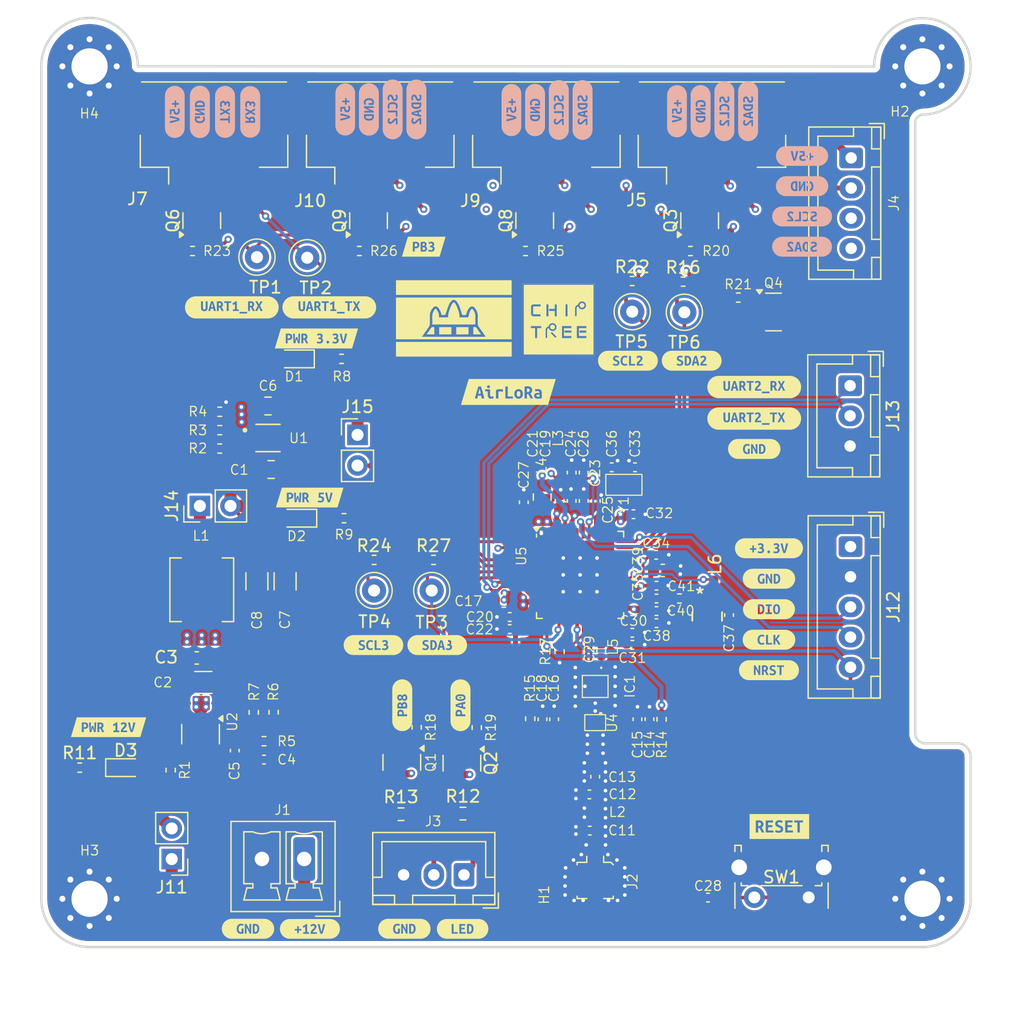
<source format=kicad_pcb>
(kicad_pcb (version 20240108) (generator "pcbnew") (generator_version "8.0")
  (layers (0 "F.Cu" signal) (1 "In1.Cu" signal) (2 "In2.Cu" signal) (31 "B.Cu" signal) (34 "B.Paste" user) (35 "F.Paste" user) (36 "B.SilkS" user "B.Silkscreen") (37 "F.SilkS" user "F.Silkscreen") (38 "B.Mask" user) (39 "F.Mask" user) (44 "Edge.Cuts" user))
  (net 0 "")
  (net 1 "GND")
  (net 2 "+12V")
  (net 3 "Net-(C4-Pad1)")
  (net 4 "+5V")
  (net 5 "Net-(U5-PC14_OSC32_IN)")
  (net 6 "Net-(J2-In)")
  (net 7 "Net-(C12-Pad2)")
  (net 8 "Net-(U4-RFIN)")
  (net 9 "Net-(U4-VDD)")
  (net 10 "Net-(U4-CTRL)")
  (net 11 "Net-(J15-Pin_1)")
  (net 12 "/AirLora V3/MCU/VDDRF1V55")
  (net 13 "Net-(U5-PC15_OSC32_OUT)")
  (net 14 "/AirLora V3/MCU/NRST")
  (net 15 "Net-(IC1-RFO_IN)")
  (net 16 "+3.3V")
  (net 17 "/AirLora V3/MCU/RFO_HP")
  (net 18 "/AirLora V3/MCU/VR_PA")
  (net 19 "Net-(XTAL1-VCC)")
  (net 20 "Net-(IC1-RFO_OUT)")
  (net 21 "Net-(IC1-RFI_IN)")
  (net 22 "/AirLora V3/MCU/RFI_N")
  (net 23 "/AirLora V3/MCU/RFI_P")
  (net 24 "/AirLora V3/MCU/XTA")
  (net 25 "Net-(C41-Pad2)")
  (net 26 "Net-(J1-Pin_1)")
  (net 27 "Net-(D1-K)")
  (net 28 "/AirLora V3/MCU/SCL2")
  (net 29 "Net-(J5-Pin_2)")
  (net 30 "/AirLora V3/MCU/UART2_TX")
  (net 31 "/AirLora V3/MCU/T_SWCLK")
  (net 32 "/AirLora V3/MCU/T_SWDIO")
  (net 33 "Net-(J3-Pin_2)")
  (net 34 "Net-(Q2-B)")
  (net 35 "Net-(Q3-B)")
  (net 36 "Net-(Q4-B)")
  (net 37 "Net-(U5-VFBSMPS)")
  (net 38 "Net-(J3-Pin_1)")
  (net 39 "/AirLora V3/MCU/UART2_RX")
  (net 40 "/AirLora V3/MCU/PB0")
  (net 41 "Net-(Q1-E)")
  (net 42 "Net-(Q2-E)")
  (net 43 "/AirLora V3/Power/En")
  (net 44 "Net-(XTAL1-OUTPUT)")
  (net 45 "/AirLora V3/MCU/PB3")
  (net 46 "Net-(J7-Pin_2)")
  (net 47 "/AirLora V3/MCU/SDA3")
  (net 48 "/AirLora V3/MCU/SCL3")
  (net 51 "/AirLora V3/MCU/FE_CTRL1")
  (net 52 "Net-(Q6-B)")
  (net 56 "Net-(Q8-B)")
  (net 57 "/AirLora V3/MCU/SDA2")
  (net 58 "Net-(Q1-B)")
  (net 59 "Net-(D2-K)")
  (net 60 "Net-(D3-K)")
  (net 61 "Net-(U2-SW)")
  (net 62 "Net-(U5-PH3-BOOT0)")
  (net 63 "/AirLora V3/MCU/UART1_RX")
  (net 66 "/AirLora V3/MCU/UART1_TX")
  (net 71 "Net-(J10-Pin_2)")
  (net 72 "Net-(U2-FB)")
  (net 73 "Net-(Q9-B)")
  (net 74 "Net-(U2-BOOT)")
  (net 75 "Net-(J4-Pin_2)")
  (net 76 "Net-(J9-Pin_2)")
  (net 77 "Net-(U2-EN)")
  (net 78 "Net-(U1-PG)")
  (net 79 "Net-(U1-NC)")
  (net 80 "/AirLora V3/MCU/VDDA")
  (net 81 "/AirLora V3/MCU/PB8")
  (net 83 "/AirLora V3/MCU/PA0")
  (net 85 "a")
  (footprint "MountingHole:MountingHole_3mm_Pad_Via" (layer "F.Cu") (at 120.605716 60.3536)
    (property "Reference" "H4")
    (property "Value" "MountingHole_Pad")
  )
  (footprint "kibuzzard-66A705CB" (layer "F.Cu") (at 149.409716 108.322)
    (property "Reference" "kibuzzard-66A705CB" (hide yes))
    (property "Value" "G***" (hide yes))
  )
  (footprint "kibuzzard-667541A7" (layer "F.Cu") (at 151.512616 131.845455)
    (property "Reference" "kibuzzard-667541A7" (hide yes))
    (property "Value" "G***" (hide yes))
  )
  (footprint "Resistor_SMD:R_0603_1608Metric" (layer "F.Cu") (at 146.412516 122.3428)
    (property "Reference" "R13")
    (property "Value" "1K")
  )
  (footprint "kibuzzard-66A70534" (layer "F.Cu") (at 140.468916 80.3312)
    (property "Reference" "kibuzzard-66A70534" (hide yes))
    (property "Value" "G***" (hide yes))
  )
  (footprint "TestPoint:TestPoint_Loop_D1.80mm_Drill1.0mm_Beaded" (layer "F.Cu") (at 148.952516 103.8008)
    (property "Reference" "TP3")
    (property "Value" "TestPoint")
  )
  (footprint "Inductor_SMD:L_0402_1005Metric" (layer "F.Cu") (at 172.371316 103.3436 -90)
    (property "Reference" "L6")
    (property "Value" "1400R@1GHz")
  )
  (footprint "kibuzzard-66752922" (layer "F.Cu") (at 146.686616 131.8377)
    (property "Reference" "kibuzzard-66752922" (hide yes))
    (property "Value" "G***" (hide yes))
  )
  (footprint "Resistor_SMD:R_0402_1005Metric" (layer "F.Cu") (at 169.780516 78.1976)
    (property "Reference" "R16")
    (property "Value" "4.7K")
  )
  (footprint "LED_SMD:LED_0603_1608Metric_Pad1.05x0.95mm_HandSolder" (layer "F.Cu") (at 137.765116 97.8064 180)
    (property "Reference" "D2")
    (property "Value" "LED")
  )
  (footprint "kibuzzard-6679349C" (layer "F.Cu") (at 155.302516 87.3416)
    (property "Reference" "kibuzzard-6679349C" (hide yes))
    (property "Value" "G***" (hide yes))
  )
  (footprint "TestPoint:TestPoint_Loop_D1.80mm_Drill1.0mm_Beaded" (layer "F.Cu") (at 138.640116 76.2164)
    (property "Reference" "TP2")
    (property "Value" "TestPoint")
  )
  (footprint "Package_TO_SOT_SMD:SOT-23" (layer "F.Cu") (at 143.720116 73.1407 90)
    (property "Reference" "Q9")
    (property "Value" "S8050")
  )
  (footprint "Resistor_SMD:R_0402_1005Metric" (layer "F.Cu") (at 135.854116 113.8884 90)
    (property "Reference" "R6")
    (property "Value" "13.3K")
  )
  (footprint "Connector_PinHeader_2.54mm:PinHeader_1x02_P2.54mm_Vertical" (layer "F.Cu") (at 127.413316 126.0612 180)
    (property "Reference" "J11")
    (property "Value" "Conn_01x02_Pin")
  )
  (footprint "kibuzzard-66A71938" (layer "F.Cu") (at 148.292116 75.302)
    (property "Reference" "kibuzzard-66A71938" (hide yes))
    (property "Value" "G***" (hide yes))
  )
  (footprint "Capacitor_SMD:C_0402_1005Metric" (layer "F.Cu") (at 165.576116 107.3024)
    (property "Reference" "C30")
    (property "Value" "68pF")
  )
  (footprint "Connector_Molex:Molex_CLIK-Mate_502443-0470_1x04-1MP_P2.00mm_Vertical" (layer "F.Cu") (at 144.685316 66.158)
    (property "Reference" "J10")
    (property "Value" "I2C")
  )
  (footprint "Capacitor_SMD:C_0402_1005Metric" (layer "F.Cu") (at 163.862858 93.586458 180)
    (property "Reference" "C36")
    (property "Value" "12.5pF")
  )
  (footprint "TestPoint:TestPoint_Loop_D1.80mm_Drill1.0mm_Beaded" (layer "F.Cu") (at 169.882116 80.7376)
    (property "Reference" "TP6")
    (property "Value" "TestPoint")
  )
  (footprint "Capacitor_SMD:C_0402_1005Metric" (layer "F.Cu") (at 158.130916 114.4724 -90)
    (property "Reference" "C18")
    (property "Value" "100nF")
  )
  (footprint "Capacitor_SMD:C_0402_1005Metric" (layer "F.Cu") (at 135.058116 117.8145)
    (property "Reference" "C4")
    (property "Value" "75pF")
  )
  (footprint "Capacitor_SMD:C_0402_1005Metric" (layer "F.Cu") (at 167.576116 106.5024)
    (property "Reference" "C38")
    (property "Value" "33pF")
  )
  (footprint "Capacitor_SMD:C_0402_1005Metric" (layer "F.Cu") (at 165.665158 97.473958)
    (property "Reference" "C32")
    (property "Value" "100nF")
  )
  (footprint "Capacitor_SMD:C_0402_1005Metric" (layer "F.Cu") (at 155.415316 106.9964)
    (property "Reference" "C22")
    (property "Value" "100nF")
  )
  (footprint "TestPoint:TestPoint_Loop_D1.80mm_Drill1.0mm_Beaded" (layer "F.Cu") (at 144.177316 103.8008)
    (property "Reference" "TP4")
    (property "Value" "TestPoint")
  )
  (footprint "Resistor_SMD:R_0402_1005Metric" (layer "F.Cu") (at 129.138516 75.6576 180)
    (property "Reference" "R23")
    (property "Value" "1K")
  )
  (footprint "Capacitor_SMD:C_0402_1005Metric" (layer "F.Cu") (at 162.546116 96.3724 90)
    (property "Reference" "C25")
    (property "Value" "100nF")
  )
  (footprint "Resistor_SMD:R_0402_1005Metric" (layer "F.Cu") (at 159.546116 108.8624 90)
    (property "Reference" "R17")
    (property "Value" "10K")
  )
  (footprint "Capacitor_SMD:C_0402_1005Metric" (layer "F.Cu") (at 165.576116 108.3024)
    (property "Reference" "C31")
    (property "Value" "47nF")
  )
  (footprint "Connector_JST:JST_XH_B3B-XH-A_1x03_P2.50mm_Vertical" (layer "F.Cu") (at 151.625016 127.3673 180)
    (property "Reference" "J3")
    (property "Value" "Led")
  )
  (footprint "Resistor_SMD:R_0402_1005Metric" (layer "F.Cu") (at 169.475716 104.4612 180)
    (property "Reference" "R10" (hide yes))
    (property "Value" "220")
  )
  (footprint "Resistor_SMD:R_0402_1005Metric" (layer "F.Cu") (at 149.104916 101.2608)
    (property "Reference" "R27")
    (property "Value" "4.7K")
  )
  (footprint "Capacitor_SMD:C_0402_1005Metric" (layer "F.Cu") (at 165.792858 93.586458 180)
    (property "Reference" "C33")
    (property "Value" "12.5pF")
  )
  (footprint "Resistor_SMD:R_0402_1005Metric" (layer "F.Cu") (at 165.562116 78.1468)
    (property "Reference" "R22")
    (property "Value" "4.7K")
  )
  (footprint "Resistor_SMD:R_0402_1005Metric" (layer "F.Cu") (at 167.996116 114.4724 -90)
    (property "Reference" "R14")
    (property "Value" "100")
  )
  (footprint "kibuzzard-66A71226" (layer "F.Cu") (at 175.673316 89.547449)
    (property "Reference" "kibuzzard-66A71226" (hide yes))
    (property "Value" "G***" (hide yes))
  )
  (footprint "Resistor_SMD:R_0402_1005Metric" (layer "F.Cu") (at 131.391516 92.032 180)
    (property "Reference" "R2")
    (property "Value" "10K")
  )
  (footprint "Connector_Coaxial:U.FL_Molex_MCRF_73412-0110_Vertical" (layer "F.Cu") (at 162.496116 127.8324 180)
    (property "Reference" "J2")
    (property "Value" "Conn_Coaxial")
  )
  (footprint "Capacitor_SMD:C_0402_1005Metric" (layer "F.Cu") (at 165.996116 114.4724 90)
    (property "Reference" "C15")
    (property "Value" "1nF")
  )
  (footprint "Capacitor_SMD:C_0402_1005Metric" (layer "F.Cu") (at 162.496116 119.2324 -90)
    (property "Reference" "C13")
    (property "Value" "39pF")
  )
  (footprint "Capacitor_SMD:C_0402_1005Metric" (layer "F.Cu") (at 171.840516 129.2516)
    (property "Reference" "C28")
    (property "Value" "100nF")
  )
  (footprint "Capacitor_SMD:C_0402_1005Metric" (layer "F.Cu") (at 156.581258 96.487258 90)
    (property "Reference" "C27")
    (property "Value" "0.47uF")
  )
  (footprint "Capacitor_SMD:C_1206_3216Metric" (layer "F.Cu") (at 134.470116 103.0384 -90)
    (property "Reference" "C8")
    (property "Value" "22uF")
  )
  (footprint "Connector_Phoenix_MC:PhoenixContact_MCV_1,5_2-G-3.5_1x02_P3.50mm_Vertical" (layer "F.Cu") (at 138.386116 126.0512 180)
    (property "Reference" "J1")
    (property "Value" "12V")
  )
  (footprint "footprint:TPS7A2633DRVR" (layer "F.Cu") (at 135.388516 91.158)
    (property "Reference" "U1")
    (property "Value" "TPS7A2633DRVR")
  )
  (footprint "Resistor_SMD:R_0402_1005Metric" (layer "F.Cu") (at 127.324116 118.6884 -90)
    (property "Reference" "R1")
    (property "Value" "1k")
  )
  (footprint "footprint:NT2016SA-32M-END4263A_NDK" (layer "F.Cu") (at 171.771317 105.948799)
    (property "Reference" "XTAL1" (hide yes))
    (property "Value" "NT2016SA-32M-END4263A")
  )
  (footprint "Capacitor_SMD:C_0402_1005Metric" (layer "F.Cu") (at 155.415316 105.9964 180)
    (property "Reference" "C20")
    (property "Value" "100nF")
  )
  (footprint "TestPoint:TestPoint_Loop_D1.80mm_Drill1.0mm_Beaded" (layer "F.Cu") (at 134.474516 76.1656)
    (property "Reference" "TP1")
    (property "Value" "TestPoint")
  )
  (footprint "Inductor_SMD:L_0402_1005Metric" (layer "F.Cu") (at 163.631116 107.3024 180)
    (property "Reference" "L5")
    (property "Value" "47nH")
  )
  (footprint "Inductor_SMD:L_0402_1005Metric" (layer "F.Cu") (at 162.496116 122.2024 -90)
    (property "Reference" "L2")
    (property "Value" "0R")
  )
  (footprint "Capacitor_SMD:C_1206_3216Metric" (layer "F.Cu") (at 130.028916 111.4208)
    (property "Reference" "C2")
    (property "Value" "10uF")
  )
  (footprint "kibuzzard-66A7121E" (layer "F.Cu") (at 175.673316 86.9352)
    (property "Reference" "kibuzzard-66A7121E" (hide yes))
    (property "Value" "G***" (hide yes))
  )
  (footprint "Capacitor_SMD:C_0402_1005Metric" (layer "F.Cu") (at 166.996116 114.4624 90)
    (property "Reference" "C14")
    (property "Value" "100nF")
  )
  (footprint "kibuzzard-66752922" (layer "F.Cu") (at 133.732616 131.8377)
    (property "Reference" "kibuzzard-66752922" (hide yes))
    (property "Value" "G***" (hide yes))
  )
  (footprint "Resistor_SMD:R_0402_1005Metric" (layer "F.Cu") (at 119.791316 118.482 180)
    (property "Reference" "R11")
    (property "Value" "3k")
  )
  (footprint "LED_SMD:LED_0603_1608Metric_Pad1.05x0.95mm_HandSolder" (layer "F.Cu") (at 123.603316 118.482)
    (property "Reference" "D3")
    (property "Value" "LED")
  )
  (footprint "Resistor_SMD:R_0402_1005Metric" (layer "F.Cu") (at 134.207516 113.9029 90)
    (property "Reference" "R7")
    (property "Value" "49.9")
  )
  (footprint "Connector_PinHeader_2.54mm:PinHeader_1x02_P2.54mm_Vertical" (layer "F.Cu") (at 129.745116 96.7904 90)
    (property "Reference" "J14")
    (property "Value" "Conn_01x02_Pin")
  )
  (footprint "Package_TO_SOT_SMD:SOT-23" (layer "F.Cu") (at 151.453616 118.1125 -90)
    (property "Reference" "Q2")
    (property "Value" "S8050")
  )
  (footprint "Package_DFN_QFN:QFN-48-1EP_7x7mm_P0.5mm_EP5.6x5.6mm" (layer "F.Cu") (at 161.246116 102.5024)
    (property "Reference" "U5")
    (property "Value" "STM32WLE5CCUx")
  )
  (footprint "Capacitor_SMD:C_0402_1005Metric" (layer "F.Cu") (at 173.590516 105.8328 -90)
    (property "Reference" "C37")
    (property "Value" "10pF")
  )
  (footprint "Capacitor_SMD:C_0402_1005Metric" (layer "F.Cu") (at 159.096116 114.4724 -90)
    (property "Reference" "C16")
    (property "Value" "1nF")
  )
  (footprint "kibuzzard-66A47256" (layer "F.Cu") (at 122.180916 115.1292)
    (property "Reference" "kibuzzard-66A47256" (hide yes))
    (property "Value" "G***" (hide yes))
  )
  (footprint "footprint:XTAL_NX2012SA-32.768K-STD-MUB-1" (layer "F.Cu") (at 164.847658 95.036458)
    (property "Reference" "Y1")
    (property "Value" "32.768kHz")
  )
  (footprint "Resistor_SMD:R_0402_1005Metric" (layer "F.Cu") (at 141.484916 84.5984)
    (property "Reference" "R8")
    (property "Value" "1k")
  )
  (footprint "Inductor_SMD:L_Vishay_IHLP-2020" (layer "F.Cu") (at 129.902516 103.7381 90)
    (property "Reference" "L1")
    (property "Value" "15uH")
  )
  (footprint "kibuzzard-66A71314" (layer "F.Cu") (at 151.336816 113.3096 90)
    (property "Reference" "kibuzzard-66A71314" (hide yes))
    (property "Value" "G***" (hide yes))
  )
  (footprint "Capacitor_SMD:C_0805_2012Metric" (layer "F.Cu") (at 135.388516 88.506)
    (property "Reference" "C6")
    (property "Value" "1uF")
  )
  (footprint "kibuzzard-66753395" (layer "F.Cu") (at 138.863416 131.846101)
    (property "Reference" "kibuzzard-66753395" (hide yes))
    (property "Value" "G***" (hide yes))
  )
  (footprint "footprint:CAMBODIA 10mm" (layer "F.Cu") (at 150.781316 81.2456)
    (property "Reference" "G***" (hide yes))
    (property "Value" "LOGO" (hide yes))
  )
  (footprint "kibuzzard-66A7130C" (layer "F.Cu") (at 146.510816 113.3096 90)
    (property "Reference" "kibuzzard-66A7130C" (hide yes))
    (property "Value" "G***" (hide yes))
  )
  (footprint "LED_SMD:LED_0603_1608Metric_Pad1.05x0.95mm_HandSolder" (layer "F.Cu") (at 137.561916 84.5984 180)
    (property "Reference" "D1")
    (property "Value" "LED")
  )
  (footprint "Capacitor_SMD:C_0603_1608Metric" (layer "F.Cu") (at 154.921858 104.680458 180)
    (property "Reference" "C17")
    (property "Value" "4.7uF")
  )
  (footprint "kibuzzard-66A704FE" (layer "F.Cu") (at 170.491716 84.7508)
    (property "Reference" "kibuzzard-66A704FE" (hide yes))
    (property "Value" "G***" (hide yes))
  )
  (footprint "kibuzzard-66A705D3" (layer "F.Cu") (at 144.126516 108.322)
    (property "Reference" "kibuzzard-66A705D3" (hide yes))
    (property "Value" "G***" (hide yes))
  )
  (footprint "kibuzzard-66763AB2" (layer "F.Cu") (at 138.843316 96.0924)
    (property "Reference" "kibuzzard-66763AB2" (hide yes))
    (property "Value" "G***" (hide yes))
  )
  (footprint "footprint:BALFHBWL05D3" (layer "F.Cu") (at 162.496116 111.7524 -90)
    (property "Reference" "IC1")
    (property "Value" "BALFHB-WL-02D3" (hide yes))
  )
  (footprint "footprint:BGS12SN6E6327XTSA1" (layer "F.Cu") (at 162.496116 114.7524 -90)
    (property "Reference" "U4")
    (property "Value" "BGS12WN6E6327")
  )
  (footprint "Capacitor_SMD:C_0402_1005Metric" (layer "F.Cu") (at 161.546116 96.3724 90)
    (property "Reference" "C23")
    (property "Value" "100nF")
  )
  (footprint "Package_TO_SOT_SMD:SOT-23" (layer "F.Cu") (at 157.486916 73.1407 90)
    (property "Reference" "Q8")
    (property "Value" "S8050")
  )
  (footprint "Connector_PinHeader_2.54mm:PinHeader_1x02_P2.54mm_Vertical" (layer "F.Cu") (at 142.805716 90.8976)
    (property "Reference" "J15")
    (property "Value" "Conn_01x02_Pin")
  )
  (footprint "Capacitor_SMD:C_0603_1608Metric" (layer "F.Cu") (at 168.097658 102.136458)
    (property "Reference" "C39")
    (property "Value" "4.7uF")
  )
  (footprint "Resistor_SMD:R_0402_1005Metric" (layer "F.Cu") (at 131.391516 88.984)
    (property "Reference" "R4")
    (property "Value" "1.18M")
  )
  (footprint "Connector_JST:JST_XH_B3B-XH-A_1x03_P2.50mm_Vertical" (layer "F.Cu") (at 183.615116 86.8228 -90)
    (property "Reference" "J13")
    (property "Value" "UART_MAIN")
  )
  (footprint "Resistor_SMD:R_0402_1005Metric" (layer "F.Cu") (at 152.683016 115.1618 -90)
    (property "Reference" "R19")
    (property "Value" "1K")
  )
  (footprint "kibuzzard-66752971" (layer "F.Cu") (at 176.892516 105.3502)
    (property "Reference" "kibuzzard-66752971" (hide yes))
    (property "Value" "G***" (hide yes))
  )
  (footprint "kibuzzard-66752981" (layer "F.Cu") (at 176.892516 107.8775)
    (property "Reference" "kibuzzard-66752981" (hide yes))
    (property "Value" "G***" (hide yes))
  )
  (footprint "Capacitor_SMD:C_0402_1005Metric" (layer "F.Cu") (at 167.547658 100.836458)
    (property "Reference" "C34")
    (property "Value" "33pF")
  )
  (footprint "Connector_JST:JST_XH_B4B-XH-A_1x04_P2.50mm_Vertical" (layer "F.Cu") (at 183.699716 67.9412 -90)
    (property "Reference" "J4")
    (property "Value" "SHT")
  )
  (footprint "Package_TO_SOT_SMD:SOT-23" (layer "F.Cu") (at 177.271216 80.7142)
    (property "Reference" "Q4")
    (property "Value" "S8050")
  )
  (footprint "kibuzzard-66A7052C" (layer "F.Cu") (at 132.391716 80.3312)
    (property "Reference" "kibuzzard-66A7052C" (hide yes))
    (property "Value" "G***" (hide yes))
  )
  (footprint "Inductor_SMD:L_0402_1005Metric" (layer "F.Cu") (at 159.546116 94.0174 90)
    (property "Reference" "L3")
    (property "Value" "600R@100MHz")
  )
  (footprint "Resistor_SMD:R_0402_1005Metric" (layer "F.Cu") (at 135.058916 116.2905)
    (property "Reference" "R5")
    (property "Value" "100K")
  )
  (footprint "Capacitor_SMD:C_0402_1005Metric" (layer "F.Cu") (at 167.576116 105.5024)
    (property "Reference" "C40")
    (property "Value" "100nF")
  )
  (footprint "Package_TO_SOT_SMD:SOT-23" (layer "F.Cu") (at 146.474116 118.0439 -90)
    (property "Reference" "Q1")
    (property "Value" "S8050")
  )
  (footprint "Capacitor_SMD:C_0402_1005Metric" (layer "F.Cu") (at 160.546116 96.3724 -90)
    (property "Reference" "C21")
    (property "Value" "100nF")
  )
  (footprint "Resistor_SMD:R_0402_1005Metric" (layer "F.Cu") (at 170.390116 75.6576 180)
    (property "Reference" "R20")
    (property "Value" "1K")
  )
  (footprint "footprint:Chiptree_logo 6mm" (layer "F.Cu") (at 159.468116 81.3472)
    (property "Reference" "G***" (hide yes))
    (property "Value" "LOGO" (hide yes))
  )
  (footprint "kibuzzard-6690D08F" (layer "F.Cu") (at 176.892516 110.4048)
    (property "Reference" "kibuzzard-6690D08F" (hide yes))
    (property "Value" "G***" (hide yes))
  )
  (footprint "Capacitor_SMD:C_0402_1005Metric" (layer "F.Cu") (at 132.632716 117.0655 90)
    (property "Reference" "C5")
    (property "Value" "0.1uF")
  )
  (footprint "kibuzzard-66752939" (layer "F.Cu") (at 176.892516 100.2956)
    (property "Reference" "kibuzzard-66752939" (hide yes))
    (property "Value" "G***" (hide yes))
  )
  (footprint "Package_TO_SOT_SMD:SOT-23-6" (layer "F.Cu") (at 129.800916 115.7118 -90)
    (property "Reference" "U2")
    (property "Value" "TPS54202DDC")
  )
  (footprint "Connector_Molex:Molex_CLIK-Mate_502443-0470_1x04-1MP_P2.00mm_Vertical" (layer "F.Cu") (at 158.452116 66.158)
    (property "Reference" "J9")
    (property "Value" "I2C")
  )
  (footprint "Capacitor_SMD:C_1206_3216Metric" (layer "F.Cu") (at 136.806916 103.0384 -90)
    (property "Reference" "C7")
    (property "Value" "22uF")
  )
  (footprint "Resistor_SMD:R_0603_1608Metric" (layer "F.Cu") (at 151.543316 122.292)
    (property "Reference" "R12")
    (property "Value" "1K")
  )
  (footprint "MountingHole:MountingHole_3mm_Pad_Via" (layer "F.Cu") (at 189.605316 60.3532)
    (property "Reference" "H2")
    (property "Value" "MountingHole_Pad")
  )
  (footprint "Capacitor_SMD:C_0402_1005Metric" (layer "F.Cu") (at 162.996116 108.8024 90)
    (property "Reference" "C29")
    (property "Value" "100pF")
  )
  (footprint "Package_TO_SOT_SMD:SOT-23" (layer "F.Cu") (at 171.152116 73.1407 90)
    (property "Reference" "Q3")
    (property "Value" "S8050")
  )
  (footprint "Capacitor_SMD:C_0805_2012Metric" (layer "F.Cu") (at 135.646516 93.770142 180)
    (property "Reference" "C1")
    (property "Value" "1uF")
  )
  (footprint "Resistor_SMD:R_0402_1005Metric" (layer "F.Cu") (at 144.179316 101.2608)
    (property "Reference" "R24")
    (property "Value" "4.7K")
  )
  (footprint "Connector_Molex:Molex_CLIK-Mate_502443-0470_1x04-1MP_P2.00mm_Vertical" (layer "F.Cu") (at 130.918516 66.158)
    (property "Reference" "J7")
    (property "Value" "UART1")
  )
  (footprint "MountingHole:MountingHole_3mm_Pad_Via" (layer "F.Cu") (at 189.605716 129.3528)
    (property "Reference" "H1")
    (property "Value" "MountingHole_Pad")
  )
  (footprint "Capacitor_SMD:C_0402_1005Metric" (layer "F.Cu") (at 167.576116 103.4024)
    (property "Reference" "C35")
    (property "Value" "100nF")
  )
  (footprint "Capacitor_SMD:C_0402_1005Metric" (layer "F.Cu") (at 162.046116 123.7024)
    (property "Reference" "C11")
    (property "Value" "NC")
  )
  (footprint "Resistor_SMD:R_0402_1005Metric" (layer "F.Cu") (at 147.704616 115.1364 -90)
    (property "Reference" "R18")
    (property "Value" "1K")
  )
  (footprint "kibuzzard-66752922" (layer "F.Cu") (at 175.673316 92.066)
    (property "Reference" "kibuzzard-66752922" (hide yes))
    (property "Value" "G***" (hide yes))
  )
  (footprint "TestPoint:TestPoint_Loop_D1.80mm_Drill1.0mm_Beaded" (layer "F.Cu") (at 165.564116 80.6868)
    (property "Reference" "TP5")
    (property "Value" "TestPoint")
  )
  (footprint "Capacitor_SMD:C_0402_1005Metric" (layer "F.Cu") (at 161.546116 94.0224 90)
    (property "Reference" "C26")
    (property "Value" "100nF")
  )
  (footprint "Resistor_SMD:R_0402_1005Metric" (layer "F.Cu") (at 157.114916 114.426458 90)
    (property "Reference" "R15")
    (property "Value" "100")
  )
  (footprint "Button_Switch_THT:SW_Tactile_SPST_Angled_PTS645Vx39-2LFS" (layer "F.Cu") (at 180.183516 129.2343 180)
    (property "Reference" "SW1")
    (property "Value" "SW_Push")
  )
  (footprint "Resistor_SMD:R_0402_1005Metric" (layer "F.Cu") (at 131.391516 90.508)
    (property "Reference" "R3")
    (property "Value" "1.96M")
  )
  (footprint "Capacitor_SMD:C_0402_1005Metric" (layer "F.Cu") (at 160.546116 94.0224 90)
    (property "Reference" "C24")
    (property "Value" "4.7uF")
  )
  (footprint "Connector_JST:JST_XH_B5B-XH-A_1x05_P2.50mm_Vertical" (layer "F.Cu") (at 183.648916 100.1616 -90)
    (property "Reference" "J12")
    (property "Value" "STlink")
  )
  (footprint "MountingHole:MountingHole_3mm_Pad_Via" (layer "F.Cu") (at 120.606116 129.3532)
    (property "Reference" "H3")
    (property "Value" "MountingHole_Pad")
  )
  (footprint "Connector_Molex:Molex_CLIK-Mate_502443-0470_1x04-1MP_P2.00mm_Vertical" (layer "F.Cu") (at 172.168116 66.158)
    (property "Reference" "J5")
    (property "Value" "I2C")
  )
  (footprint "Resistor_SMD:R_0402_1005Metric" (layer "F.Cu") (at 174.352516 79.5184 180)
    (property "Reference" "R21")
    (property "Value" "1K")
  )
  (footprint "Capacitor_SMD:C_0402_1005Metric" (layer "F.Cu") (at 167.579216 104.4636)
    (property "Reference" "C41")
    (property "Value" "10pF")
  )
  (footprint "Capacitor_SMD:C_0805_2012Metric" (layer "F.Cu") (at 158.105258 96.052858 -90)
    (property "Reference" "L4")
    (property "Value" "15uH")
  )
  (footprint "kibuzzard-66A70504" (layer "F.Cu") (at 165.208516 84.7508)
    (property "Reference" "kibuzzard-66A70504" (hide yes))
    (property "Value" "G***" (hide yes))
  )
  (footprint "Capacitor_SMD:C_0402_1005Metric" (layer "F.Cu") (at 162.016116 120.7024)
    (property "Reference" "C12")
    (property "Value" "NC")
  )
  (footprint "Capacitor_SMD:C_0603_1608Metric" (layer "F.Cu") (at 129.483116 109.3888)
    (property "Reference" "C3")
    (property "Value" "0.1uF")
  )
  (footprint "kibuzzard-66763ACD" (layer "F.Cu") (at 139.402116 82.9098)
    (property "Reference" "kibuzzard-66763ACD" (hide yes))
    (property "Value" "G***" (hide yes))
  )
  (footprint "Resistor_SMD:R_0402_1005Metric" (layer "F.Cu") (at 142.958116 75.6576 180)
    (property "Reference" "R26")
    (property "Value" "1K")
  )
  (footprint "kibuzzard-66754176" (layer "F.Cu") (at 177.756116 123.3588)
    (property "Reference" "kibuzzard-66754176" (hide yes))
    (property "Value" "G***" (hide yes))
  )
  (footprint "Resistor_SMD:R_0402_1005Metric" (layer "F.Cu") (at 141.688116 97.8064)
    (property "Reference" "R9")
    (property "Value" "1k")
  )
  (footprint "Package_TO_SOT_SMD:SOT-23" (layer "F.Cu") (at 129.902516 73.1407 90)
    (property "Reference" "Q6")
    (property "Value" "S8050")
  )
  (footprint "Resistor_SMD:R_0402_1005Metric" (layer "F.Cu") (at 156.724916 75.6576 180)
    (property "Reference" "R25")
    (property "Value" "1K")
  )
  (footprint "Capacitor_SMD:C_0402_1005Metric" (layer "F.Cu") (at 159.546116 96.3724 90)
    (property "Reference" "C19")
    (property "Value" "4.7uF")
  )
  (footprint "kibuzzard-66752922" (layer "F.Cu") (at 176.892516 102.8229)
    (property "Reference" "kibuzzard-66752922" (hide yes))
    (property "Value" "G***" (hide yes))
  )
  (footprint "kibuzzard-667540EB" (layer "B.Cu") (at 141.789716 63.9228 -90)
    (property "Reference" "kibuzzard-667540EB" (hide yes))
    (property "Value" "G***" (hide yes))
  )
  (footprint "kibuzzard-66A70081" (layer "B.Cu") (at 145.715233 63.9228 -90)
    (property "Reference" "kibuzzard-66A70081" (hide yes))
    (property "Value" "G***" (hide yes))
  )
  (footprint "kibuzzard-66A704FE" (layer "B.Cu") (at 179.635716 75.302 180)
    (property "Reference" "kibuzzard-66A704FE" (hide yes))
    (property "Value" "G***" (hide yes))
  )
  (footprint "kibuzzard-66A70504" (layer "B.Cu") (at 179.635716 72.792851 180)
    (property "Reference" "kibuzzard-66A70504" (hide yes))
    (property "Value" "G***" (hide yes))
  )
  (footprint "kibuzzard-667540EB" (layer "B.Cu") (at 179.635716 67.7836 180)
    (property "Reference" "kibuzzard-667540EB" (hide yes))
    (property "Value" "G***" (hide yes))
  )
  (footprint "kibuzzard-667540EB" (layer "B.Cu") (at 169.272516 64.0752 -90)
    (property "Reference" "kibuzzard-667540EB" (hide yes))
    (property "Value" "G***" (hide yes))
  )
  (footprint "kibuzzard-667541BE" (layer "B.Cu") (at 131.829899 64.126 90)
    (property "Reference" "kibuzzard-667541BE" (hide yes))
    (property "Value" "G***" (hide yes))
  )
  (footprint "kibuzzard-66A70098" (layer "B.Cu") (at 161.449316 63.9736 -90)
    (property "Reference" "kibuzzard-66A70098" (hide yes))
    (property "Value" "G***" (hide yes))
  )
  (footprint "kibuzzard-667540EB" (layer "B.Cu") (at 127.667316 64.126 -90)
    (property "Reference" "kibuzzard-667540EB" (hide yes))
    (property "Value" "G***" (hide yes))
  )
  (footprint "kibuzzard-66A7008A" (layer "B.Cu") (at 147.682516 63.9228 -90)
    (property "Reference" "kibuzzard-66A7008A" (hide yes))
    (property "Value" "G***" (hide yes))
  )
  (footprint "kibuzzard-66752922" (layer "B.Cu") (at 171.230751 64.0752 -90)
    (property "Reference" "kibuzzard-66752922" (hide yes))
    (property "Value" "G***" (hide yes))
  )
  (footprint "kibuzzard-66A700A1" (layer "B.Cu") (at 173.198033 64.0752 -90)
    (property "Reference" "kibuzzard-66A700A1" (hide yes))
    (property "Value" "G***" (hide yes))
  )
  (footprint "kibuzzard-66A70091" (layer "B.Cu") (at 159.482033 63.9736 -90)
    (property "Reference" "kibuzzard-66A70091" (hide yes))
    (property "Value" "G***" (hide yes))
  )
  (footprint "kibuzzard-66752922" (layer "B.Cu") (at 143.747951 63.9228 -90)
    (property "Reference" "kibuzzard-66752922" (hide yes))
    (property "Value" "G***" (hide yes))
  )
  (footprint "kibuzzard-667541C9" (layer "B.Cu") (at 133.915716 64.126 90)
    (property "Reference" "kibuzzard-667541C9" (hide yes))
    (property "Value" "G***" (hide yes))
  )
  (footprint "kibuzzard-66752922" (layer "B.Cu") (at 157.514751 63.9736 -90)
    (property "Reference" "kibuzzard-66752922" (hide yes))
    (property "Value" "G***" (hide yes))
  )
  (footprint "kibuzzard-66752922" (layer "B.Cu") (at 129.744084 64.126 90)
    (property "Reference" "kibuzzard-66752922" (hide yes))
    (property "Value" "G***" (hide yes))
  )
  (footprint "kibuzzard-667540EB" (layer "B.Cu") (at 155.556516 63.9736 -90)
    (property "Reference" "kibuzzard-667540EB" (hide yes))
    (property "Value" "G***" (hide yes))
  )
  (footprint "kibuzzard-66A704F7" (layer "B.Cu") (at 175.165316 64.0752 -90)
    (property "Reference" "kibuzzard-66A704F7" (hide yes))
    (property "Value" "G***" (hide yes))
  )
  (footprint "kibuzzard-66752922" (layer "B.Cu") (at 179.635716 70.283702 180)
    (property "Reference" "kibuzzard-66752922" (hide yes))
    (property "Value" "G***" (hide yes))
  )
  (gr_arc (start 185.609534 60.367057) (mid 192.392763 57.490171) (end 189.698543 64.347918) (stroke (width 0.2)) (layer "Edge.Cuts"))
  (gr_arc (start 193.605316 129.3532) (mid 192.433755 132.181639) (end 189.605316 133.3532) (stroke (width 0.2)) (layer "Edge.Cuts"))
  (gr_arc (start 189.8469 116.4632) (mid 189.253914 116.217598) (end 189.008316 115.624616) (stroke (width 0.2)) (layer "Edge.Cuts"))
  (gr_line (start 189.008316 115.6232) (end 189.008316 65.0404) (stroke (width 0.2)) (layer "Edge.Cuts"))
  (gr_line (start 116.605316 60.3532) (end 116.605316 129.3532) (stroke (width 0.2)) (layer "Edge.Cuts"))
  (gr_line (start 120.605316 133.3532) (end 189.605316 133.3532) (stroke (width 0.2)) (layer "Edge.Cuts"))
  (gr_line (start 124.605704 60.346844) (end 185.605339 60.367072) (stroke (width 0.2)) (layer "Edge.Cuts"))
  (gr_arc (start 192.503005 116.460216) (mid 193.275496 116.780215) (end 193.5955 117.552711) (stroke (width 0.2)) (layer "Edge.Cuts"))
  (gr_line (start 193.5955 117.552711) (end 193.5955 129.3532) (stroke (width 0.2)) (layer "Edge.Cuts"))
  (gr_arc (start 120.605316 133.3532) (mid 117.776931 132.18161) (end 116.605316 129.3532) (stroke (width 0.2)) (layer "Edge.Cuts"))
  (gr_line (start 189.856116 116.4632) (end 192.503005 116.4632) (stroke (width 0.2)) (layer "Edge.Cuts"))
  (gr_arc (start 189.001621 65.0404) (mid 189.206028 64.549182) (end 189.698543 64.347919) (stroke (width 0.2)) (layer "Edge.Cuts"))
  (gr_arc (start 116.605727 60.360356) (mid 120.598962 56.353611) (end 124.605704 60.346844) (stroke (width 0.2)) (layer "Edge.Cuts"))
  (segment (start 162.991716 95.8924) (end 162.997658 95.886458) (width 0.2) (layer "F.Cu") (net 1))
  (segment (start 161.536116 120.7024) (end 161.2636 120.7024) (width 0.2) (layer "F.Cu") (net 1))
  (segment (start 161.536116 120.7024) (end 161.231716 120.7024) (width 0.2) (layer "F.Cu") (net 1))
  (segment (start 166.145158 97.473958) (end 166.635158 97.473958) (width 0.2) (layer "F.Cu") (net 1))
  (segment (start 169.20433 102.136458) (end 168.872658 102.136458) (width 0.2) (layer "F.Cu") (net 1))
  (segment (start 159.096116 113.388) (end 159.097658 113.386458) (width 0.2) (layer "F.Cu") (net 1))
  (segment (start 168.581716 106.5024) (end 168.597658 106.486458) (width 0.2) (layer "F.Cu") (net 1))
  (segment (start 165.297658 93.036458) (end 165.312858 93.051658) (width 0.2) (layer "F.Cu") (net 1))
  (segment (start 159.096116 113.9924) (end 159.096116 113.388) (width 0.2) (layer "F.Cu") (net 1))
  (segment (start 154.371216 106.0036) (end 154.355274 105.987658) (width 0.2) (layer "F.Cu") (net 1))
  (segment (start 160.546116 92.988) (end 160.547658 92.986458) (width 0.2) (layer "F.Cu") (net 1))
  (segment (start 161.231716 120.7024) (end 160.897658 121.036458) (width 0.2) (layer "F.Cu") (net 1))
  (segment (start 166.581716 107.3024) (end 166.597658 107.286458) (width 0.2) (layer "F.Cu") (net 1))
  (segment (start 168.531716 103.4024) (end 168.547658 103.386458) (width 0.2) (layer "F.Cu") (net 1))
  (segment (start 161.546116 95.8924) (end 161.546116 95.388) (width 0.2) (layer "F.Cu") (net 1))
  (segment (start 166.006116 113.9824) (end 165.996116 113.9924) (width 0.2) (layer "F.Cu") (net 1))
  (segment (start 168.027658 100.836458) (end 168.597658 100.836458) (width 0.2) (layer "F.Cu") (net 1))
  (segment (start 161.566116 123.7024) (end 161.2136 123.7024) (width 0.2) (layer "F.Cu") (net 1))
  (segment (start 154.371216 107.0036) (end 154.355274 106.987658) (width 0.2) (layer "F.Cu") (net 1))
  (segment (start 161.546116 93.5424) (end 161.546116 92.988) (width 0.2) (layer "F.Cu") (net 1))
  (segment (start 168.056116 105.5024) (end 168.581716 105.5024) (width 0.2) (layer "F.Cu") (net 1))
  (segment (start 160.497658 95.386458) (end 160.546116 95.434916) (width 0.2) (layer "F.Cu") (net 1))
  (segment (start 168.581716 105.5024) (end 168.597658 105.486458) (width 0.2) (layer "F.Cu") (net 1))
  (segment (start 166.996116 113.438) (end 166.997658 113.436458) (width 0.2) (layer "F.Cu") (net 1))
  (segment (start 164.342858 93.041258) (end 164.347658 93.036458) (width 0.2) (layer "F.Cu") (net 1))
  (segment (start 166.056116 107.3024) (end 166.581716 107.3024) (width 0.2) (layer "F.Cu") (net 1))
  (segment (start 161.2136 123.7024) (end 160.897658 123.386458) (width 0.2) (layer "F.Cu") (net 1))
  (segment (start 165.996116 113.438) (end 165.997658 113.436458) (width 0.2) (layer "F.Cu") (net 1))
  (segment (start 159.546116 109.3724) (end 159.546116 109.784916) (width 0.2) (layer "F.Cu") (net 1))
  (segment (start 166.635158 97.473958) (end 166.647658 97.486458) (width 0.2) (layer "F.Cu") (net 1))
  (segment (start 161.2636 120.7024) (end 160.897658 120.336458) (width 0.2) (layer "F.Cu") (net 1))
  (segment (start 160.546116 95.434916) (end 160.546116 95.8924) (width 0.2) (layer "F.Cu") (net 1))
  (segment (start 161.181716 123.7024) (end 160.897658 123.986458) (width 0.2) (layer "F.Cu") (net 1))
  (segment (start 154.893732 106.0036) (end 154.371216 106.0036) (width 0.2) (layer "F.Cu") (net 1))
  (segment (start 168.056116 106.5024) (end 168.581716 106.5024) (width 0.2) (layer "F.Cu") (net 1))
  (segment (start 169.575994 101.764794) (end 169.20433 102.136458) (width 0.2) (layer "F.Cu") (net 1))
  (segment (start 160.546116 93.5424) (end 160.546116 92.988) (width 0.2) (layer "F.Cu") (net 1))
  (segment (start 169.547658 102.436458) (end 169.247658 102.136458) (width 0.2) (layer "F.Cu") (net 1))
  (segment (start 161.546116 95.388) (end 161.547658 95.386458) (width 0.2) (layer "F.Cu") (net 1))
  (segment (start 168.056116 103.4024) (end 168.531716 103.4024) (width 0.2) (layer "F.Cu") (net 1))
  (segment (start 159.546116 109.784916) (end 159.547658 109.786458) (width 0.2) (layer "F.Cu") (net 1))
  (segment (start 159.546116 95.538) (end 159.638181 95.445935) (width 0.2) (layer "F.Cu") (net 1))
  (segment (start 165.996116 113.9924) (end 165.996116 113.438) (width 0.2) (layer "F.Cu") (net 1))
  (segment (start 165.312858 93.051658) (end 165.312858 93.586458) (width 0.2) (layer "F.Cu") (net 1))
  (segment (start 166.996116 113.9824) (end 166.996116 113.438) (width 0.2) (layer "F.Cu") (net 1))
  (segment (start 166.581716 108.3024) (end 166.597658 108.286458) (width 0.2) (layer "F.Cu") (net 1))
  (segment (start 164.342858 93.586458) (end 164.342858 93.041258) (width 0.2) (layer "F.Cu") (net 1))
  (segment (start 154.893732 107.0036) (end 154.371216 107.0036) (width 0.2) (layer "F.Cu") (net 1))
  (segment (start 158.130916 113.9924) (end 158.130916 113.4032) (width 0.2) (layer "F.Cu") (net 1))
  (segment (start 161.566116 123.7024) (end 161.181716 123.7024) (width 0.2) (layer "F.Cu") (net 1))
  (segment (start 158.033616 99.0649) (end 158.496116 99.0649) (width 0.2) (layer "F.Cu") (net 1))
  (segment (start 169.247658 102.136458) (end 168.872658 102.136458) (width 0.2) (layer "F.Cu") (net 1))
  (segment (start 162.546116 95.8924) (end 162.991716 95.8924) (width 0.2) (layer "F.Cu") (net 1))
  (segment (start 166.056116 108.3024) (end 166.581716 108.3024) (width 0.2) (layer "F.Cu") (net 1))
  (segment (start 161.546116 92.988) (end 161.547658 92.986458) (width 0.2) (layer "F.Cu") (net 1))
  (segment (start 159.546116 95.8924) (end 159.546116 95.538) (width 0.2) (layer "F.Cu") (net 1))
  (segment (start 158.130916 113.4032) (end 158.147658 113.386458) (width 0.2) (layer "F.Cu") (net 1))
  (via (at 163.347658 123.386458) (size 0.6) (drill 0.3) (layers "F.Cu" "B.Cu") (net 1))
  (via (at 164.347658 93.036458) (size 0.6) (drill 0.3) (layers "F.Cu" "B.Cu") (net 1))
  (via (at 161.547658 95.386458) (size 0.6) (drill 0.3) (layers "F.Cu" "B.Cu") (net 1))
  (via (at 161.597658 122.586458) (size 0.6) (drill 0.3) (layers "F.Cu" "B.Cu") (net 1))
  (via (at 159.997658 127.536458) (size 0.6) (drill 0.3) (layers "F.Cu" "B.Cu") (net 1))
  (via (at 163.597658 129.486458) (size 0.6) (drill 0.3) (layers "F.Cu" "B.Cu") (net 1))
  (via (at 161.547658 92.986458) (size 0.6) (drill 0.3) (layers "F.Cu" "B.Cu") (net 1))
  (via (at 161.597658 118.836458) (size 0.6) (drill 0.3) (layers "F.Cu" "B.Cu") (net 1))
  (via (at 165.297658 93.036458) (size 0.6) (drill 0.3) (layers "F.Cu" "B.Cu") (net 1))
  (via (at 164.947658 126.786458) (size 0.6) (drill 0.3) (layers "F.Cu" "B.Cu") (net 1))
  (via (at 161.597658 119.586458) (size 0.6) (drill 0.3) (layers "F.Cu" "B.Cu") (net 1))
  (via (at 160.847658 110.986458) (size 0.6) (drill 0.3) (layers "F.Cu" "B.Cu") (net 1))
  (via (at 160.047658 126.786458) (size 0.6) (drill 0.3) (layers "F.Cu" "B.Cu") (net 1))
  (via (at 161.246116 102.5024) (size 0.6) (drill 0.3) (layers "F.Cu" "B.Cu") (net 1))
  (via (at 163.347658 118.086458) (size 0.6) (drill 0.3) (layers "F.Cu" "B.Cu") (net 1))
  (via (at 159.846116 102.5024) (size 0.6) (drill 0.3) (layers "F.Cu" "B.Cu") (net 1))
  (via (at 163.347658 124.136458) (size 0.6) (drill 0.3) (layers "F.Cu" "B.Cu") (net 1))
  (via (at 168.597658 105.486458) (size 0.6) (drill 0.3) (layers "F.Cu" "B.Cu") (net 1))
  (via (at 158.147658 113.386458) (size 0.6) (drill 0.3) (layers "F.Cu" "B.Cu") (net 1))
  (via (at 160.847658 110.186458) (size 0.6) (drill 0.3) (layers "F.Cu" "B.Cu") (net 1))
  (via (at 160.847658 111.786458) (size 0.6) (drill 0.3) (layers "F.Cu" "B.Cu") (net 1))
  (via (at 164.947658 127.536458) (size 0.6) (drill 0.3) (layers "F.Cu" "B.Cu") (net 1))
  (via (at 160.847658 112.586458) (size 0.6) (drill 0.3) (layers "F.Cu" "B.Cu") (net 1))
  (via (at 160.847658 113.386458) (size 0.6) (drill 0.3) (layers "F.Cu" "B.Cu") (net 1))
  (via (at 163.147658 116.536458) (size 0.6) (drill 0.3) (layers "F.Cu" "B.Cu") (net 1))
  (via (at 161.847658 117.286458) (size 0.6) (drill 0.3) (layers "F.Cu" "B.Cu") (net 1))
  (via (at 160.497658 95.386458) (size 0.6) (drill 0.3) (layers "F.Cu" "B.Cu") (net 1))
  (via (at 169.575994 101.764794) (size 0.6) (drill 0.3) (layers "F.Cu" "B.Cu") (net 1))
  (via (at 168.597658 106.486458) (size 0.6) (drill 0.3) (layers "F.Cu" "B.Cu") (net 1))
  (via (at 168.597658 100.836458) (size 0.6) (drill 0.3) (layers "F.Cu" "B.Cu") (net 1))
  (via (at 156.581258 95.443258) (size 0.6) (drill 0.3) (layers "F.Cu" "B.Cu") (net 1))
  (via (at 163.347658 121.136458) (size 0.6) (drill 0.3) (layers "F.Cu" "B.Cu") (net 1))
  (via (at 163.547658 125.686458) (size 0.6) (drill 0.3) (layers "F.Cu" "B.Cu") (net 1))
  (via (at 163.347658 120.386458) (size 0.6) (drill 0.3) (layers "F.Cu" "B.Cu") (net 1))
  (via (at 154.355274 106.987658) (size 0.6) (drill 0.3) (layers "F.Cu" "B.Cu") (net 1))
  (via (at 161.246116 103.9024) (size 0.6) (drill 0.3) (layers "F.Cu" "B.Cu") (net 1))
  (via (at 161.497658 129.486458) (size 0.6) (drill 0.3) (layers "F.Cu" "B.Cu") (net 1))
  (via (at 159.097658 113.386458) (size 0.6) (drill 0.3) (layers "F.Cu" "B.Cu") (net 1))
  (via (at 166.597658 107.286458) (size 0.6) (drill 0.3) (layers "F.Cu" "B.Cu") (net 1))
  (via (at 161.747658 124.886458) (size 0.6) (drill 0.3) (layers "F.Cu" "B.Cu") (net 1))
  (via (at 162.646116 103.9024) (size 0.6) (drill 0.3) (layers "F.Cu" "B.Cu") (net 1))
  (via (at 164.147658 111.736458) (size 0.6) (drill 0.3) (layers "F.Cu" "B.Cu") (net 1))
  (via (at 164.147658 110.136458) (size 0.6) (drill 0.3) (layers "F.Cu" "B.Cu") (net 1))
  (via (at 166.597658 108.286458) (size 0.6) (drill 0.3) (layers "F.Cu" "B.Cu") (net 1))
  (via (at 163.347658 124.886458) (size 0.6) (drill 0.3) (layers "F.Cu" "B.Cu") (net 1))
  (via (at 164.147658 110.936458) (size 0.6) (drill 0.3) (layers "F.Cu" "B.Cu") (net 1))
  (via (at 163.347658 118.836458) (size 0.6) (drill 0.3) (layers "F.Cu" "B.Cu") (net 1))
  (via (at 159.638181 95.445935) (size 0.6) (drill 0.3) (layers "F.Cu" "B.Cu") (net 1))
  (via (at 166.647658 97.486458) (size 0.6) (drill 0.3) (layers "F.Cu" "B.Cu") (net 1))
  (via (at 161.847658 115.786458) (size 0.6) (drill 0.3) (layers "F.Cu" "B.Cu") (net 1))
  (via (at 168.547658 103.386458) (size 0.6) (drill 0.3) (layers "F.Cu" "B.Cu") (net 1))
  (via (at 162.646116 101.1024) (size 0.6) (drill 0.3) (layers "F.Cu" "B.Cu") (net 1))
  (via (at 162.997658 95.886458) (size 0.6) (drill 0.3) (layers "F.Cu" "B.Cu") (net 1))
  (via (at 161.246116 101.1024) (size 0.6) (drill 0.3) (layers "F.Cu" "B.Cu") (net 1))
  (via (at 160.697658 126.136458) (size 0.6) (drill 0.3) (layers "F.Cu" "B.Cu") (net 1))
  (via (at 164.147658 112.536458) (size 0.6) (drill 0.3) (layers "F.Cu" "B.Cu") (net 1))
  (via (at 162.497658 113.136458) (size 0.6) (drill 0.3) (layers "F.Cu" "B.Cu") (net 1))
  (via (at 164.947658 129.036458) (size 0.6) (drill 0.3) (layers "F.Cu" "B.Cu") (net 1))
  (via (at 160.897658 121.036458) (size 0.6) (drill 0.3) (layers "F.Cu" "B.Cu") (net 1))
  (via (at 161.597658 121.836458) (size 0.6) (drill 0.3) (layers "F.Cu" "B.Cu") (net 1))
  (via (at 163.347658 119.586458) (size 0.6) (drill 0.3) (layers "F.Cu" "B.Cu") (net 1))
  (via (at 163.347658 121.886458) (size 0.6) (drill 0.3) (layers "F.Cu" "B.Cu") (net 1))
  (via (at 161.347658 125.686458) (size 0.6) (drill 0.3) (layers "F.Cu" "B.Cu") (net 1))
  (via (at 161.647658 111.736458) (size 0.6) (drill 0.3) (layers "F.Cu" "B.Cu") (net 1))
  (via (at 164.947658 128.286458) (size 0.6) (drill 0.3) (layers "F.Cu" "B.Cu") (net 1))
  (via (at 159.846116 101.1024) (size 0.6) (drill 0.3) (layers "F.Cu" "B.Cu") (net 1))
  (via (at 159.846116 103.9024) (size 0.6) (drill 0.3) (layers "F.Cu" "B.Cu") (net 1))
  (via (at 163.347658 122.636458) (size 0.6) (drill 0.3) (layers "F.Cu" "B.Cu") (net 1))
  (via (at 131.912716 88.1844) (size 0.6) (drill 0.3) (layers "F.Cu" "B.Cu") (net 1))
  (via (at 164.297658 126.136458) (size 0.6) (drill 0.3) (layers "F.Cu" "B.Cu") (net 1))
  (via (at 166.997658 113.436458) (size 0.6) (drill 0.3) (layers "F.Cu" "B.Cu") (net 1))
  (via (at 158.033616 99.0649) (size 0.6) (drill 0.3) (layers "F.Cu" "B.Cu") (net 1))
  (via (at 160.747658 129.486458) (size 0.6) (drill 0.3) (layers "F.Cu" "B.Cu") (net 1))
  (via (at 159.547658 109.786458) (size 0.6) (drill 0.3) (layers "F.Cu" "B.Cu") (net 1))
  (via (at 160.897658 123.986458) (size 0.6) (drill 0.3) (layers "F.Cu" "B.Cu") (net 1))
  (via (at 159.997658 129.036458) (size 0.6) (drill 0.3) (layers "F.Cu" "B.Cu") (net 1))
  (via (at 160.547658 92.986458) (size 0.6) (drill 0.3) (layers "F.Cu" "B.Cu") (net 1))
  (via (at 163.147658 115.786458) (size 0.6) (drill 0.3) (layers "F.Cu" "B.Cu") (net 1))
  (via (at 164.147658 113.336458) (size 0.6) (drill 0.3) (layers "F.Cu" "B.Cu") (net 1))
  (via (at 162.646116 102.5024) (size 0.6) (drill 0.3) (layers "F.Cu" "B.Cu") (net 1))
  (via (at 161.847658 116.536458) (size 0.6) (drill 0.3) (layers "F.Cu" "B.Cu") (net 1))
  (via (at 164.347658 129.486458) (size 0.6) (drill 0.3) (layers "F.Cu" "B.Cu") (net 1))
  (via (at 160.897658 123.386458) (size 0.6) (drill 0.3) (layers "F.Cu" "B.Cu") (net 1))
  (via (at 154.355274 105.987658) (size 0.6) (drill 0.3) (layers "F.Cu" "B.Cu") (net 1))
  (via (at 163.147658 117.286458) (size 0.6) (drill 0.3) (layers "F.Cu" "B.Cu") (net 1))
  (via (at 162.497658 113.786458) (size 0.6) (drill 0.3) (layers "F.Cu" "B.Cu") (net 1))
  (via (at 161.597658 118.086458) (size 0.6) (drill 0.3) (layers "F.Cu" "B.Cu") (net 1))
  (via (at 160.897658 120.336458) (size 0.6) (drill 0.3) (layers "F.Cu" "B.Cu") (net 1))
  (via (at 169.547658 102.436458) (size 0.6) (drill 0.3) (layers "F.Cu" "B.Cu") (net 1))
  (via (at 159.997658 128.286458) (size 0.6) (drill 0.3) (layers "F.Cu" "B.Cu") (net 1))
  (via (at 165.997658 113.436458) (size 0.6) (drill 0.3) (layers "F.Cu" "B.Cu") (net 1))
  (segment (start 125.940116 122.048) (end 125.940116 118.4312) (width 1) (layer "F.Cu") (net 2))
  (segment (start 125.940116 115.5864) (end 126.952216 114.5743) (width 1) (layer "F.Cu") (net 2))
  (segment (start 124.478316 118.482) (end 125.889316 118.482) (width 0.3) (layer "F.Cu") (net 2))
  (segment (start 125.940116 118.4312) (end 125.940116 115.5864) (width 1) (layer "F.Cu") (net 2))
  (segment (start 125.889316 118.482) (end 125.940116 118.4312) (width 0.3) (layer "F.Cu") (net 2))
  (segment (start 126.952216 114.5743) (end 128.850916 114.5743) (width 1) (layer "F.Cu") (net 2))
  (segment (start 127.413316 123.5212) (end 125.940116 122.048) (width 1) (layer "F.Cu") (net 2))
  (segment (start 134.207516 115.9491) (end 134.548916 116.2905) (width 0.3) (layer "F.Cu") (net 3))
  (segment (start 134.548916 117.7853) (end 134.578116 117.8145) (width 0.3) (layer "F.Cu") (net 3))
  (segment (start 134.548916 116.2905) (end 134.548916 117.7853) (width 0.3) (layer "F.Cu") (net 3))
  (segment (start 134.207516 114.4129) (end 134.207516 115.9491) (width 0.3) (layer "F.Cu") (net 3))
  (segment (start 127.667316 93.7424) (end 125.736916 91.812) (width 1) (layer "F.Cu") (net 4))
  (segment (start 141.685316 68.658) (end 141.685316 67.5324) (width 0.6) (layer "F.Cu") (net 4))
  (segment (start 156.176516 66.808) (end 156.369316 66.808) (width 0.6) (layer "F.Cu") (net 4))
  (segment (start 169.168116 67.4816) (end 169.841716 66.808) (width 0.6) (layer "F.Cu") (net 4))
  (segment (start 134.301258 96.7904) (end 136.596516 94.495142) (width 1) (layer "F.Cu") (net 4))
  (segment (start 156.369316 66.808) (end 142.704116 66.808) (width 0.6) (layer "F.Cu") (net 4))
  (segment (start 183.699716 67.9412) (end 182.566516 66.808) (width 0.6) (layer "F.Cu") (net 4))
  (segment (start 169.168116 68.658) (end 169.168116 67.4816) (width 0.6) (layer "F.Cu") (net 4))
  (segment (start 155.452116 68.658) (end 155.452116 67.5324) (width 0.6) (layer "F.Cu") (net 4))
  (segment (start 182.566516 66.808) (end 169.932916 66.808) (width 0.6) (layer "F.Cu") (net 4))
  (segment (start 128.318516 66.808) (end 127.918516 67.208) (width 0.6) (layer "F.Cu") (net 4))
  (segment (start 130.918516 93.7424) (end 127.667316 93.7424) (width 1) (layer "F.Cu") (net 4))
  (segment (start 132.285116 96.7904) (end 132.285116 95.109) (width 1) (layer "F.Cu") (net 4))
  (segment (start 142.704116 66.808) (end 136.760516 66.808) (width 0.6) (layer "F.Cu") (net 4))
  (segment (start 151.453616 119.05) (end 152.098816 119.05) (width 0.6) (layer "F.Cu") (net 4))
  (segment (start 155.452116 67.5324) (end 156.176516 66.808) (width 0.6) (layer "F.Cu") (net 4))
  (segment (start 136.760516 66.808) (end 128.318516 66.808) (width 0.6) (layer "F.Cu") (net 4))
  (segment (start 127.918516 67.208) (end 127.918516 68.658) (width 0.6) (layer "F.Cu") (net 4))
  (segment (start 147.239816 118.9814) (end 147.272816 118.9484) (width 0.6) (layer "F.Cu") (net 4))
  (segment (start 133.301116 97.8064) (end 132.285116 96.7904) (width 0.3) (layer "F.Cu") (net 4))
  (segment (start 142.409716 66.808) (end 142.704116 66.808) (width 0.6) (layer "F.Cu") (net 4))
  (segment (start 141.685316 67.5324) (end 142.409716 66.808) (width 0.6) (layer "F.Cu") (net 4))
  (segment (start 132.285116 96.7904) (end 134.301258 96.7904) (width 1) (layer "F.Cu") (net 4))
  (segment (start 169.841716 66.808) (end 169.932916 66.808) (width 0.6) (layer "F.Cu") (net 4))
  (segment (start 125.736916 70.8396) (end 127.918516 68.658) (width 1) (layer "F.Cu") (net 4))
  (segment (start 136.596516 94.495142) (end 136.596516 93.770142) (width 1) (layer "F.Cu") (net 4))
  (segment (start 169.932916 66.808) (end 156.369316 66.808) (width 0.6) (layer "F.Cu") (net 4))
  (segment (start 125.736916 91.812) (end 125.736916 70.8396) (width 1) (layer "F.Cu") (net 4))
  (segment (start 132.285116 95.109) (end 130.918516 93.7424) (width 1) (layer "F.Cu") (net 4))
  (segment (start 146.474116 118.9814) (end 147.239816 118.9814) (width 0.6) (layer "F.Cu") (net 4))
  (segment (start 136.890116 97.8064) (end 133.301116 97.8064) (width 0.3) (layer "F.Cu") (net 4))
  (via (at 152.098816 119.05) (size 0.6) (drill 0.3) (layers "F.Cu" "B.Cu") (net 4))
  (via (at 147.272816 118.9484) (size 0.6) (drill 0.3) (layers "F.Cu" "B.Cu") (net 4))
  (segment (start 165.597658 95.036458) (end 166.272858 94.361258) (width 0.2) (layer "F.Cu") (net 5))
  (segment (start 165.597658 95.164458) (end 162.996116 97.766) (width 0.2) (layer "F.Cu") (net 5))
  (segment (start 165.597658 95.036458) (end 165.597658 95.164458) (width 0.2) (layer "F.Cu") (net 5))
  (segment (start 162.996116 97.766) (end 162.996116 99.0649) (width 0.2) (layer "F.Cu") (net 5))
  (segment (start 166.272858 94.361258) (end 166.272858 93.586458) (width 0.2) (layer "F.Cu") (net 5))
  (segment (start 162.526116 123.7024) (end 162.526116 126.259974) (width 0.25) (layer "F.Cu") (net 6))
  (segment (start 162.496116 122.6874) (end 162.496116 123.629974) (width 0.25) (layer "F.Cu") (net 6))
  (segment (start 162.496116 119.7124) (end 162.496116 120.7024) (width 0.25) (layer "F.Cu") (net 7))
  (segment (start 162.496116 120.7024) (end 162.496116 121.7174) (width 0.25) (layer "F.Cu") (net 7))
  (segment (start 162.485931 118.654715) (end 162.496116 118.6649) (width 0.25) (layer "F.Cu") (net 8))
  (segment (start 162.496116 114.9556) (end 162.496116 118.7524) (width 0.25) (layer "F.Cu") (net 8))
  (segment (start 162.490389 118.659173) (end 162.496116 118.6649) (width 0.25) (layer "F.Cu") (net 8))
  (segment (start 162.096117 114.9556) (end 159.099316 114.9556) (width 0.2) (layer "F.Cu") (net 9))
  (segment (start 159.099316 114.9556) (end 159.096116 114.9524) (width 0.2) (layer "F.Cu") (net 9))
  (segment (start 158.114974 114.936458) (end 158.130916 114.9524) (width 0.2) (layer "F.Cu") (net 9))
  (segment (start 157.114916 114.936458) (end 158.114974 114.936458) (width 0.2) (layer "F.Cu") (net 9))
  (segment (start 159.096116 114.9524) (end 158.130916 114.9524) (width 0.2) (layer "F.Cu") (net 9))
  (segment (start 165.996116 114.9524) (end 165.946116 114.9524) (width 0.2) (layer "F.Cu") (net 10))
  (segment (start 165.942916 114.9556) (end 162.896115 114.9556) (width 0.2) (layer "F.Cu") (net 10))
  (segment (start 167.966116 114.9524) (end 167.996116 114.9824) (width 0.2) (layer "F.Cu") (net 10))
  (segment (start 165.946116 114.9524) (end 165.942916 114.9556) (width 0.2) (layer "F.Cu") (net 10))
  (segment (start 165.996116 114.9524) (end 167.966116 114.9524) (width 0.2) (layer "F.Cu") (net 10))
  (segment (start 130.431316 87.27) (end 129.851716 87.8496) (width 0.3) (layer "F.Cu") (net 11))
  (segment (start 130.274916 90.508) (end 130.881516 90.508) (width 0.3) (layer "F.Cu") (net 11))
  (segment (start 142.805716 90.8976) (end 142.805716 87.9512) (width 1) (layer "F.Cu") (net 11))
  (segment (start 130.881516 90.508) (end 130.881516 92.032) (width 0.3) (layer "F.Cu") (net 11))
  (segment (start 134.438516 88.506) (end 133.202516 87.27) (width 0.3) (layer "F.Cu") (net 11))
  (segment (start 129.851716 87.8496) (end 129.851716 90.0848) (width 0.3) (layer "F.Cu") (net 11))
  (segment (start 135.436716 86.7828) (end 134.438516 87.781) (width 1) (layer "F.Cu") (net 11))
  (segment (start 141.637316 86.7828) (end 135.436716 86.7828) (width 1) (layer "F.Cu") (net 11))
  (segment (start 134.438516 87.781) (end 134.438516 88.506) (width 1) (layer "F.Cu") (net 11))
  (segment (start 133.202516 87.27) (end 130.431316 87.27) (width 0.3) (layer "F.Cu") (net 11))
  (segment (start 142.805716 87.9512) (end 141.637316 86.7828) (width 1) (layer "F.Cu") (net 11))
  (segment (start 129.851716 90.0848) (end 130.274916 90.508) (width 0.3) (layer "F.Cu") (net 11))
  (via (at 133.208116 89.8354) (size 0.6) (drill 0.3) (layers "F.Cu" "B.Cu") (net 11))
  (via (at 133.20265 89.2004) (size 0.6) (drill 0.3) (layers "F.Cu" "B.Cu") (net 11))
  (via (at 133.182716 88.5908) (size 0.6) (drill 0.3) (layers "F.Cu" "B.Cu") (net 11))
  (segment (start 166.571964 101.332152) (end 167.067658 100.836458) (width 0.25) (layer "F.Cu") (net 12))
  (segment (start 166.461616 102.4316) (end 165.640816 103.2524) (width 0.25) (layer "F.Cu") (net 12))
  (segment (start 164.683616 105.2524) (end 165.596116 105.2524) (width 0.25) (layer "F.Cu") (net 12))
  (segment (start 165.640816 103.2524) (end 164.683616 103.2524) (width 0.25) (layer "F.Cu") (net 12))
  (segment (start 165.596116 105.2524) (end 165.696116 105.3524) (width 0.2) (layer "F.Cu") (net 12))
  (segment (start 166.461616 101.332152) (end 166.571964 101.332152) (width 0.25) (layer "F.Cu") (net 12))
  (segment (start 166.461616 101.332152) (end 166.461616 102.4316) (width 0.25) (layer "F.Cu") (net 12))
  (via (at 165.696116 105.3524) (size 0.6) (drill 0.3) (layers "F.Cu" "B.Cu") (net 12))
  (via (at 158.511658 98.084858) (size 0.6) (drill 0.3) (layers "F.Cu" "B.Cu") (net 12))
  (via (at 157.800458 98.084858) (size 0.6) (drill 0.3) (layers "F.Cu" "B.Cu") (net 12))
  (via (at 166.461616 101.332152) (size 0.6) (drill 0.3) (layers "F.Cu" "B.Cu") (net 12))
  (segment (start 163.382858 94.321658) (end 163.382858 93.586458) (width 0.2) (layer "F.Cu") (net 13))
  (segment (start 164.097658 96.095572) (end 164.097658 95.036458) (width 0.2) (layer "F.Cu") (net 13))
  (segment (start 164.097658 95.036458) (end 163.382858 94.321658) (width 0.2) (layer "F.Cu") (net 13))
  (segment (start 162.496116 97.697114) (end 164.097658 96.095572) (width 0.2) (layer "F.Cu") (net 13))
  (segment (start 162.496116 99.0649) (end 162.496116 97.697114) (width 0.2) (layer "F.Cu") (net 13))
  (segment (start 183.648916 110.1616) (end 183.648916 122.6476) (width 0.3) (layer "F.Cu") (net 14))
  (segment (start 172.320516 129.2516) (end 175.666216 129.2516) (width 0.3) (layer "F.Cu") (net 14))
  (segment (start 182.277316 124.0192) (end 178.822916 124.0192) (width 0.3) (layer "F.Cu") (net 14))
  (segment (start 177.756116 128.6928) (end 177.214616 129.2343) (width 0.3) (layer "F.Cu") (net 14))
  (segment (start 177.756116 125.086) (end 177.756116 128.6928) (width 0.3) (layer "F.Cu") (net 14))
  (segment (start 175.666216 129.2516) (end 175.683516 129.2343) (width 0.3) (layer "F.Cu") (net 14))
  (segment (start 178.822916 124.0192) (end 177.756116 125.086) (width 0.3) (layer "F.Cu") (net 14))
  (segment (start 177.214616 129.2343) (end 175.683516 129.2343) (width 0.3) (layer "F.Cu") (net 14))
  (segment (start 160.996116 105.9399) (end 160.996116 107.052) (width 0.3) (layer "F.Cu") (net 14))
  (segment (start 183.648916 122.6476) (end 182.277316 124.0192) (width 0.3) (layer "F.Cu") (net 14))
  (via (at 160.996116 107.052) (size 0.6) (drill 0.3) (layers "F.Cu" "B.Cu") (net 14))
  (segment (start 160.996116 107.052) (end 160.996116 108.03366) (width 0.3) (layer "B.Cu") (net 14))
  (segment (start 182.298774 108.811458) (end 183.648916 110.1616) (width 0.3) (layer "B.Cu") (net 14))
  (segment (start 160.996116 108.03366) (end 161.773914 108.811458) (width 0.3) (layer "B.Cu") (net 14))
  (segment (start 161.773914 108.811458) (end 182.298774 108.811458) (width 0.3) (layer "B.Cu") (net 14))
  (segment (start 162.996116 111.0624) (end 162.996116 109.2824) (width 0.25) (layer "F.Cu") (net 15))
  (segment (start 170.290516 78.1976) (end 170.290516 77.5392) (width 0.3) (layer "F.Cu") (net 16))
  (segment (start 163.996116 99.0649) (end 163.996116 98.063) (width 0.3) (layer "F.Cu") (net 16))
  (segment (start 164.607658 98.084858) (end 164.607658 98.051458) (width 0.6) (layer "F.Cu") (net 16))
  (segment (start 164.607658 98.051458) (end 165.185158 97.473958) (width 0.6) (layer "F.Cu") (net 16))
  (segment (start 159.324458 97.873205) (end 159.496116 98.044863) (width 0.3) (layer "F.Cu") (net 16))
  (segment (start 159.546116 97.2028) (end 159.546116 96.8524) (width 0.2) (layer "F.Cu") (net 16))
  (segment (start 163.996116 98.063) (end 164.585158 97.473958) (width 0.3) (layer "F.Cu") (net 16))
  (segment (start 156.274174 113.916458) (end 155.895316 113.5376) (width 0.4) (layer "F.Cu") (net 16))
  (segment (start 159.496116 98.044863) (end 159.496116 99.0649) (width 0.3) (layer "F.Cu") (net 16))
  (segment (start 166.072116 78.1468) (end 166.072116 77.3848) (width 0.3) (layer "F.Cu") (net 16))
  (segment (start 144.685316 88.002) (end 142.348516 85.6652) (width 0.3) (layer "F.Cu") (net 16))
  (segment (start 142.348516 85.6652) (end 137.217716 85.6652) (width 0.3) (layer "F.Cu") (net 16))
  (segment (start 158.846116 94.1024) (end 159.246116 94.5024) (width 0.2) (layer "F.Cu") (net 16))
  (segment (start 144.685316 92.5232) (end 144.685316 88.002) (width 0.3) (layer "F.Cu") (net 16))
  (segment (start 166.072116 77.3848) (end 166.122916 77.334) (width 0.3) (layer "F.Cu") (net 16))
  (segment (start 157.114916 113.916458) (end 156.274174 113.916458) (width 0.4) (layer "F.Cu") (net 16))
  (segment (start 154.976974 103.997658) (end 155.207374 104.228058) (width 0.2) (layer "F.Cu") (net 16))
  (segment (start 160.796116 97.7524) (end 160.496116 98.0524) (width 0.25) (layer "F.Cu") (net 16))
  (segment (start 164.585158 97.473958) (end 164.547658 97.436458) (width 0.25) (layer "F.Cu") (net 16))
  (segment (start 166.996116 103.4024) (end 167.097658 103.300858) (width 0.4) (layer "F.Cu") (net 16))
  (segment (start 136.686916 85.1344) (end 136.686916 84.5984) (width 0.3) (layer "F.Cu") (net 16))
  (segment (start 137.217716 85.6652) (end 136.686916 85.1344) (width 0.3) (layer "F.Cu") (net 16))
  (segment (start 143.720116 93.4376) (end 142.805716 93.4376) (width 0.3) (layer "F.Cu") (net 16))
  (segment (start 167.096116 103.4024) (end 166.296116 103.4024) (width 0.3) (layer "F.Cu") (net 16))
  (segment (start 149.614916 100.9072) (end 149.104916 100.3972) (width 0.3) (layer "F.Cu") (net 16))
  (segment (start 155.895316 113.5376) (end 155.895316 106.9964) (width 0.4) (layer "F.Cu") (net 16))
  (segment (start 167.097658 102.261458) (end 167.222658 102.136458) (width 0.4) (layer "F.Cu") (net 16))
  (segment (start 155.296974 104.228058) (end 155.696974 104.228058) (width 0.2) (layer "F.Cu") (net 16))
  (segment (start 154.946974 104.578058) (end 155.296974 104.228058) (width 0.2) (layer "F.Cu") (net 16))
  (segment (start 167.097658 103.300858) (end 167.097658 102.261458) (width 0.4) (layer "F.Cu") (net 16))
  (segment (start 143.770916 93.4376) (end 144.685316 92.5232) (width 0.3) (layer "F.Cu") (net 16))
  (segment (start 144.689316 94.4068) (end 143.720116 93.4376) (width 0.3) (layer "F.Cu") (net 16))
  (segment (start 164.607658 97.496458) (end 164.585158 97.473958) (width 0.2) (layer "F.Cu") (net 16))
  (segment (start 144.689316 101.2608) (end 144.689316 94.4068) (width 0.3) (layer "F.Cu") (net 16))
  (segment (start 170.290516 77.5392) (end 170.034516 77.2832) (width 0.3) (layer "F.Cu") (net 16))
  (segment (start 159.246116 94.5024) (end 159.546116 94.5024) (width 0.2) (layer "F.Cu") (net 16))
  (segment (start 159.324458 97.424458) (end 159.546116 97.2028) (width 0.2) (layer "F.Cu") (net 16))
  (segment (start 155.207374 104.228058) (end 155.696974 104.228058) (width 0.2) (layer "F.Cu") (net 16))
  (segment (start 149.614916 101.2608) (end 149.614916 100.9072) (width 0.3) (layer "F.Cu") (net 16))
  (segment (start 149.104916 100.3972) (end 144.990116 100.3972) (width 0.3) (layer "F.Cu") (net 16))
  (segment (start 144.990116 100.3972) (end 144.689316 100.698) (width 0.3) (layer "F.Cu") (net 16))
  (segment (start 144.689316 100.698) (end 144.689316 101.2608) (width 0.3) (layer "F.Cu") (net 16))
  (segment (start 164.607658 98.084858) (end 164.607658 97.496458) (width 0.6) (layer "F.Cu") (net 16))
  (segment (start 166.296116 103.4024) (end 165.946116 103.7524) (width 0.3) (layer "F.Cu") (net 16))
  (segment (start 159.324458 97.424458) (end 159.324458 97.873205) (width 0.3) (layer "F.Cu") (net 16))
  (segment (start 160.496116 98.0524) (end 160.496116 99.0649) (width 0.25) (layer "F.Cu") (net 16))
  (segment (start 165.946116 103.7524) (end 164.683616 103.7524) (width 0.3) (layer "F.Cu") (net 16))
  (segment (start 142.805716 93.4376) (end 143.770916 93.4376) (width 0.3) (layer "F.Cu") (net 16))
  (segment (start 165.185158 97.473958) (end 164.585158 97.473958) (width 0.25) (layer "F.Cu") (net 16))
  (segment (start 160.796116 97.6024) (end 160.796116 97.7524) (width 0.25) (layer "F.Cu") (net 16))
  (via (at 154.946974 104.578058) (size 0.6) (drill 0.3) (layers "F.Cu" "B.Cu") (net 16))
  (via (at 158.846116 94.1024) (size 0.6) (drill 0.3) (layers "F.Cu" "B.Cu") (net 16))
  (via (at 160.796116 97.6024) (size 0.6) (drill 0.3) (layers "F.Cu" "B.Cu") (net 16))
  (via (at 154.976974 103.997658) (size 0.6) (drill 0.3) (layers "F.Cu" "B.Cu") (net 16))
  (via (at 166.296116 103.4024) (size 0.6) (drill 0.3) (layers "F.Cu" "B.Cu") (net 16))
  (via (at 164.585158 97.473958) (size 0.6) (drill 0.3) (layers "F.Cu" "B.Cu") (net 16))
  (via (at 164.607658 98.084858) (size 0.6) (drill 0.3) (layers "F.Cu" "B.Cu") (net 16))
  (via (at 156.532916 104.9804) (size 0.6) (drill 0.3) (layers "F.Cu" "B.Cu") (net 16))
  (via (at 159.324458 97.424458) (size 0.6) (drill 0.3) (layers "F.Cu" "B.Cu") (net 16))
  (via (at 170.034516 77.2832) (size 0.6) (drill 0.3) (layers "F.Cu" "B.Cu") (net 16))
  (via (at 156.532916 104.3708) (size 0.6) (drill 0.3) (layers "F.Cu" "B.Cu") (net 16))
  (via (at 166.122916 77.334) (size 0.6) (drill 0.3) (layers "F.Cu" "B.Cu") (net 16))
  (segment (start 163.496116 106.9524) (end 163.146116 107.3024) (width 0.3) (layer "F.Cu") (net 17))
  (segment (start 163.496116 105.9399) (end 163.496116 106.9524) (width 0.3) (layer "F.Cu") (net 17))
  (segment (start 163.146116 107.3024) (end 163.146116 108.1724) (width 0.3) (layer "F.Cu") (net 17))
  (segment (start 163.146116 108.1724) (end 162.996116 108.3224) (width 0.3) (layer "F.Cu") (net 17))
  (segment (start 165.096116 108.3024) (end 164.3636 108.3024) (width 0.4) (layer "F.Cu") (net 18))
  (segment (start 165.096116 107.3024) (end 165.096116 108.3024) (width 0.4) (layer "F.Cu") (net 18))
  (segment (start 164.271495 105.953158) (end 165.096116 106.777779) (width 0.4) (layer "F.Cu") (net 18))
  (segment (start 164.3636 108.3024) (end 164.116116 108.054916) (width 0.4) (layer "F.Cu") (net 18))
  (segment (start 163.996116 105.953158) (end 164.271495 105.953158) (width 0.4) (layer "F.Cu") (net 18))
  (segment (start 164.116116 108.054916) (end 164.116116 107.3024) (width 0.4) (layer "F.Cu") (net 18))
  (segment (start 165.096116 106.777779) (end 165.096116 107.3024) (width 0.4) (layer "F.Cu") (net 18))
  (segment (start 173.590516 105.3528) (end 172.675318 105.3528) (width 0.25) (layer "F.Cu") (net 19))
  (segment (start 172.675318 105.3528) (end 172.371316 105.048798) (width 0.25) (layer "F.Cu") (net 19))
  (segment (start 172.371316 103.8286) (end 172.371316 105.048798) (width 0.25) (layer "F.Cu") (net 19))
  (segment (start 163.336116 112.4424) (end 163.336116 113.486944) (width 0.25) (layer "F.Cu") (net 20))
  (arc (start 163.336116 113.486944) (mid 163.221763 114.061832) (end 162.896115 114.5492) (width 0.25) (layer "F.Cu") (net 20))
  (segment (start 161.656116 113.486944) (end 161.656116 112.4424) (width 0.25) (layer "F.Cu") (net 21))
  (arc (start 162.096117 114.5492) (mid 161.770468 114.061833) (end 161.656116 113.486944) (width 0.25) (layer "F.Cu") (net 21))
  (segment (start 162.496116 105.953158) (end 162.496116 106.609409) (width 0.2) (layer "F.Cu") (net 22))
  (segment (start 162.446116 107.585244) (end 162.146116 107.885244) (width 0.2) (layer "F.Cu") (net 22))
  (segment (start 162.146116 107.885244) (end 162.146116 110.9224) (width 0.2) (layer "F.Cu") (net 22))
  (segment (start 162.446116 106.659409) (end 162.446116 107.585244) (width 0.2) (layer "F.Cu") (net 22))
  (segment (start 162.146116 110.9224) (end 162.286116 111.0624) (width 0.2) (layer "F.Cu") (net 22))
  (segment (start 162.496116 106.609409) (end 162.446116 106.659409) (width 0.2) (layer "F.Cu") (net 22))
  (segment (start 161.996116 106.609409) (end 162.046116 106.659409) (width 0.2) (layer "F.Cu") (net 23))
  (segment (start 161.996116 105.953158) (end 161.996116 106.609409) (width 0.2) (layer "F.Cu") (net 23))
  (segment (start 161.746116 110.9724) (end 161.656116 111.0624) (width 0.2) (layer "F.Cu") (net 23))
  (segment (start 161.746116 107.719556) (end 161.746116 110.9724) (width 0.2) (layer "F.Cu") (net 23))
  (segment (start 162.046116 107.419556) (end 161.746116 107.719556) (width 0.2) (layer "F.Cu") (net 23))
  (segment (start 162.046116 106.659409) (end 162.046116 107.419556) (width 0.2) (layer "F.Cu") (net 23))
  (segment (start 164.683616 104.7524) (end 166.810416 104.7524) (width 0.2) (layer "F.Cu") (net 24))
  (segment (start 166.810416 104.7524) (end 167.099216 104.4636) (width 0.2) (layer "F.Cu") (net 24))
  (segment (start 168.963316 104.4636) (end 168.965716 104.4612) (width 0.2) (layer "F.Cu") (net 25))
  (segment (start 168.061616 104.4612) (end 168.059216 104.4636) (width 0.2) (layer "F.Cu") (net 25))
  (segment (start 168.965716 104.4612) (end 168.061616 104.4612) (width 0.2) (layer "F.Cu") (net 25))
  (segment (start 138.386116 126.0512) (end 138.386116 128.9976) (width 1) (layer "F.Cu") (net 26))
  (segment (start 138.386116 128.9976) (end 137.065316 130.3184) (width 1) (layer "F.Cu") (net 26))
  (segment (start 128.581716 130.3184) (end 127.413316 129.15) (width 1) (layer "F.Cu") (net 26))
  (segment (start 137.065316 130.3184) (end 128.581716 130.3184) (width 1) (layer "F.Cu") (net 26))
  (segment (start 127.413316 129.15) (end 127.413316 126.0612) (width 1) (layer "F.Cu") (net 26))
  (segment (start 138.436916 84.5984) (end 140.974916 84.5984) (width 0.3) (layer "F.Cu") (net 27))
  (segment (start 168.205716 82.1092) (end 169.475716 83.3792) (width 0.3) (layer "F.Cu") (net 28))
  (segment (start 165.052116 78.1468) (end 165.052116 70.226) (width 0.3) (layer "F.Cu") (net 28))
  (segment (start 145.685316 68.658) (end 145.685316 69.5964) (width 0.4) (layer "F.Cu") (net 28))
  (segment (start 165.052116 70.226) (end 165.056116 70.222) (width 0.3) (layer "F.Cu") (net 28))
  (segment (start 173.692116 70.2728) (end 173.168116 69.7488) (width 0.4) (layer "F.Cu") (net 28))
  (segment (start 145.685316 69.5964) (end 146.310916 70.222) (width 0.4) (layer "F.Cu") (net 28))
  (segment (start 169.475716 96.9428) (end 166.166116 100.2524) (width 0.3) (layer "F.Cu") (net 28))
  (segment (start 169.475716 83.3792) (end 169.475716 96.9428) (width 0.3) (layer "F.Cu") (net 28))
  (segment (start 165.564116 80.6868) (end 166.986516 82.1092) (width 0.3) (layer "F.Cu") (net 28))
  (segment (start 159.452116 69.698) (end 159.976116 70.222) (width 0.4) (layer "F.Cu") (net 28))
  (segment (start 164.683616 100.2524) (end 165.825716 100.2524) (width 0.25) (layer "F.Cu") (net 28))
  (segment (start 159.452116 68.658) (end 159.452116 69.698) (width 0.4) (layer "F.Cu") (net 28))
  (segment (start 165.052116 80.1748) (end 165.564116 80.6868) (width 0.3) (layer "F.Cu") (net 28))
  (segment (start 166.166116 100.2524) (end 165.825716 100.2524) (width 0.3) (layer "F.Cu") (net 28))
  (segment (start 166.986516 82.1092) (end 168.205716 82.1092) (width 0.3) (layer "F.Cu") (net 28))
  (segment (start 165.052116 78.1468) (end 165.052116 80.1748) (width 0.3) (layer "F.Cu") (net 28))
  (segment (start 173.168116 69.7488) (end 173.168116 68.658) (width 0.4) (layer "F.Cu") (net 28))
  (via (at 173.692116 70.2728) (size 0.6) (drill 0.3) (layers "F.Cu" "B.Cu") (net 28))
  (via (at 159.976116 70.222) (size 0.6) (drill 0.3) (layers "F.Cu" "B.Cu") (net 28))
  (via (at 165.056116 70.222) (size 0.6) (drill 0.3) (layers "F.Cu" "B.Cu") (net 28))
  (via (at 154.032516 70.222) (size 0.6) (drill 0.3) (layers "F.Cu" "B.Cu") (net 28))
  (via (at 146.310916 70.222) (size 0.6) (drill 0.3) (layers "F.Cu" "B.Cu") (net 28))
  (segment (start 171.168116 68.658) (end 171.168116 72.1872) (width 0.4) (layer "F.Cu") (net 29))
  (segment (start 171.168116 72.1872) (end 171.152116 72.2032) (width 0.4) (layer "F.Cu") (net 29))
  (segment (start 157.371117 103.7524) (end 157.808616 103.7524) (width 0.25) (layer "F.Cu") (net 30))
  (segment (start 156.741375 103.122658) (end 157.371117 103.7524) (width 0.25) (layer "F.Cu") (net 30))
  (segment (start 154.339658 103.122658) (end 156.741375 103.122658) (width 0.25) (layer "F.Cu") (net 30))
  (segment (start 154.184916 103.2774) (end 154.339658 103.122658) (width 0.25) (layer "F.Cu") (net 30))
  (via (at 154.184916 103.2774) (size 0.6) (drill 0.3) (layers "F.Cu" "B.Cu") (net 30))
  (segment (start 153.676916 102.7694) (end 153.676916 93.297574) (width 0.25) (layer "B.Cu") (net 30))
  (segment (start 182.644316 88.352) (end 183.615116 89.3228) (width 0.25) (layer "B.Cu") (net 30))
  (segment (start 158.62249 88.352) (end 182.644316 88.352) (width 0.25) (layer "B.Cu") (net 30))
  (segment (start 154.184916 103.2774) (end 153.676916 102.7694) (width 0.25) (layer "B.Cu") (net 30))
  (segment (start 153.676916 93.297574) (end 158.62249 88.352) (width 0.25) (layer "B.Cu") (net 30))
  (segment (start 161.496116 99.0649) (end 161.496116 98.311121) (width 0.25) (layer "F.Cu") (net 31))
  (segment (start 161.496116 98.311121) (end 161.286713 98.101718) (width 0.25) (layer "F.Cu") (net 31))
  (via (at 161.286713 98.101718) (size 0.6) (drill 0.3) (layers "F.Cu" "B.Cu") (net 31))
  (segment (start 161.286713 98.101718) (end 161.286713 98.913797) (width 0.25) (layer "B.Cu") (net 31))
  (segment (start 182.836116 106.8488) (end 183.648916 107.6616) (width 0.25) (layer "B.Cu") (net 31))
  (segment (start 161.286713 98.913797) (end 162.516116 100.1432) (width 0.25) (layer "B.Cu") (net 31))
  (segment (start 170.186916 100.1432) (end 176.892516 106.8488) (width 0.25) (layer "B.Cu") (net 31))
  (segment (start 176.892516 106.8488) (end 182.836116 106.8488) (width 0.25) (layer "B.Cu") (net 31))
  (segment (start 162.516116 100.1432) (end 170.186916 100.1432) (width 0.25) (layer "B.Cu") (net 31))
  (segment (start 164.683616 99.7524) (end 165.802516 99.7524) (width 0.25) (layer "F.Cu") (net 32))
  (segment (start 165.802516 99.7524) (end 166.173716 99.3812) (width 0.25) (layer "F.Cu") (net 32))
  (via (at 166.173716 99.3812) (size 0.6) (drill 0.3) (layers "F.Cu" "B.Cu") (net 32))
  (segment (start 177.146516 106.0868) (end 170.440916 99.3812) (width 0.25) (layer "B.Cu") (net 32))
  (segment (start 170.440916 99.3812) (end 166.173716 99.3812) (width 0.25) (layer "B.Cu") (net 32))
  (segment (start 183.648916 105.1616) (end 182.723716 106.0868) (width 0.25) (layer "B.Cu") (net 32))
  (segment (start 182.723716 106.0868) (end 177.146516 106.0868) (width 0.25) (layer "B.Cu") (net 32))
  (segment (start 147.631716 122.3428) (end 149.125016 123.8361) (width 0.4) (layer "F.Cu") (net 33))
  (segment (start 149.125016 123.8361) (end 149.125016 127.3673) (width 0.4) (layer "F.Cu") (net 33))
  (segment (start 147.237516 122.3428) (end 147.631716 122.3428) (width 0.4) (layer "F.Cu") (net 33))
  (segment (start 152.388416 115.9664) (end 152.683016 115.6718) (width 0.3) (layer "F.Cu") (net 34))
  (segment (start 152.388416 117.1341) (end 152.388416 115.9664) (width 0.3) (layer "F.Cu") (net 34))
  (segment (start 170.202116 75.3356) (end 169.880116 75.6576) (width 0.4) (layer "F.Cu") (net 35))
  (segment (start 170.202116 74.0782) (end 170.202116 75.3356) (width 0.4) (layer "F.Cu") (net 35))
  (segment (start 175.108316 79.7642) (end 174.862516 79.5184) (width 0.4) (layer "F.Cu") (net 36))
  (segment (start 176.333716 79.7642) (end 175.108316 79.7642) (width 0.4) (layer "F.Cu") (net 36))
  (segment (start 159.996116 99.0649) (end 159.996116 97.8024) (width 0.3) (layer "F.Cu") (net 37))
  (segment (start 158.105258 94.274858) (end 158.105258 95.102858) (width 0.4) (layer "F.Cu") (net 37))
  (via (at 158.105258 94.274858) (size 0.6) (drill 0.3) (layers "F.Cu" "B.Cu") (net 37))
  (via (at 159.996116 97.8024) (size 0.6) (drill 0.3) (layers "F.Cu" "B.Cu") (net 37))
  (segment (start 158.105258 94.274858) (end 158.105258 95.021142) (width 0.4) (layer "B.Cu") (net 37))
  (segment (start 158.105258 95.021142) (end 159.996116 96.912) (width 0.4) (layer "B.Cu") (net 37))
  (segment (start 159.996116 96.912) (end 159.996116 97.8024) (width 0.4) (layer "B.Cu") (net 37))
  (segment (start 152.368316 126.624) (end 151.625016 127.3673) (width 0.4) (layer "F.Cu") (net 38))
  (segment (start 152.368316 122.292) (end 152.368316 126.624) (width 0.4) (layer "F.Cu") (net 38))
  (segment (start 154.759511 103.472658) (end 156.396774 103.472658) (width 0.25) (layer "F.Cu") (net 39))
  (segment (start 156.396774 103.472658) (end 157.176516 104.2524) (width 0.25) (layer "F.Cu") (net 39))
  (segment (start 153.697472 103.532419) (end 153.967453 103.8024) (width 0.25) (layer "F.Cu") (net 39))
  (segment (start 153.53302 103.532419) (end 153.697472 103.532419) (width 0.25) (layer "F.Cu") (net 39))
  (segment (start 157.176516 104.2524) (end 157.808616 104.2524) (width 0.25) (layer "F.Cu") (net 39))
  (segment (start 154.429769 103.8024) (end 154.759511 103.472658) (width 0.25) (layer "F.Cu") (net 39))
  (segment (start 153.967453 103.8024) (end 154.429769 103.8024) (width 0.25) (layer "F.Cu") (net 39))
  (via (at 153.53302 103.532419) (size 0.6) (drill 0.3) (layers "F.Cu" "B.Cu") (net 39))
  (segment (start 153.270516 93.209) (end 158.477516 88.002) (width 0.25) (layer "B.Cu") (net 39))
  (segment (start 153.270516 102.988) (end 153.270516 93.209) (width 0.25) (layer "B.Cu") (net 39))
  (segment (start 153.53302 103.532419) (end 153.53302 103.250504) (width 0.25) (layer "B.Cu") (net 39))
  (segment (start 158.477516 88.002) (end 182.435916 88.002) (width 0.25) (layer "B.Cu") (net 39))
  (segment (start 182.435916 88.002) (end 183.615116 86.8228) (width 0.25) (layer "B.Cu") (net 39))
  (segment (start 153.53302 103.250504) (end 153.270516 102.988) (width 0.25) (layer "B.Cu") (net 39))
  (segment (start 171.456916 102.8864) (end 172.343516 102.8864) (width 0.2) (layer "F.Cu") (net 40))
  (segment (start 165.398352 102.7524) (end 165.719034 102.431718) (width 0.2) (layer "F.Cu") (net 40))
  (segment (start 171.484716 102.8586) (end 171.456916 102.8864) (width 0.2) (layer "F.Cu") (net 40))
  (segment (start 164.683616 102.7524) (end 165.398352 102.7524) (width 0.2) (layer "F.Cu") (net 40))
  (segment (start 172.343516 102.8864) (end 172.371316 102.8586) (width 0.2) (layer "F.Cu") (net 40))
  (via (at 171.456916 102.8864) (size 0.6) (drill 0.3) (layers "F.Cu" "B.Cu") (net 40))
  (via (at 165.719034 102.431718) (size 0.6) (drill 0.3) (layers "F.Cu" "B.Cu") (net 40))
  (segment (start 168.835811 102.431718) (end 169.340551 102.936458) (width 0.2) (layer "B.Cu") (net 40))
  (segment (start 169.340551 102.936458) (end 171.406858 102.936458) (width 0.2) (layer "B.Cu") (net 40))
  (segment (start 171.406858 102.936458) (end 171.456916 102.8864) (width 0.2) (layer "B.Cu") (net 40))
  (segment (start 165.719034 102.431718) (end 168.835811 102.431718) (width 0.2) (layer "B.Cu") (net 40))
  (segment (start 145.587516 117.1698) (end 145.524116 117.1064) (width 0.4) (layer "F.Cu") (net 41))
  (segment (start 145.587516 122.3428) (end 145.587516 117.1698) (width 0.4) (layer "F.Cu") (net 41))
  (segment (start 150.718316 122.292) (end 150.718316 117.3897) (width 0.4) (layer "F.Cu") (net 42))
  (segment (start 150.718316 117.3897) (end 150.503616 117.175) (width 0.4) (layer "F.Cu") (net 42))
  (segment (start 171.558516 105.8836) (end 172.371316 106.6964) (width 0.25) (layer "F.Cu") (net 44))
  (segment (start 170.491716 105.8836) (end 171.558516 105.8836) (width 0.25) (layer "F.Cu") (net 44))
  (segment (start 169.985716 104.4612) (end 169.985716 105.3776) (width 0.25) (layer "F.Cu") (net 44))
  (segment (start 169.985716 105.3776) (end 170.491716 105.8836) (width 0.25) (layer "F.Cu") (net 44))
  (segment (start 172.371316 106.6964) (end 172.371316 106.8488) (width 0.25) (layer "F.Cu") (net 44))
  (segment (start 152.473316 99.7524) (end 148.139716 95.4188) (width 0.25) (layer "F.Cu") (net 45))
  (segment (start 157.234916 76.1128) (end 157.234916 75.6576) (width 0.25) (layer "F.Cu") (net 45))
  (segment (start 173.842516 73.7292) (end 173.946116 73.6256) (width 0.3) (layer "F.Cu") (net 45))
  (segment (start 158.350516 75.6576) (end 160.382516 73.6256) (width 0.3) (layer "F.Cu") (net 45))
  (segment (start 148.139716 95.4188) (end 148.139716 81.0424) (width 0.25) (layer "F.Cu") (net 45))
  (segment (start 171.914116 75.6576) (end 170.900116 75.6576) (width 0.3) (layer "F.Cu") (net 45))
  (segment (start 143.468116 75.6576) (end 144.786916 75.6576) (width 0.3) (layer "F.Cu") (net 45))
  (segment (start 173.842516 79.5184) (end 173.842516 73.7292) (width 0.3) (layer "F.Cu") (net 45))
  (segment (start 145.300516 78.2032) (end 144.335316 78.2032) (width 0.25) (layer "F.Cu") (net 45))
  (segment (start 148.139716 81.0424) (end 145.300516 78.2032) (width 0.25) (layer "F.Cu") (net 45))
  (segment (start 173.946116 73.6256) (end 171.914116 75.6576) (width 0.3) (layer "F.Cu") (net 45))
  (segment (start 144.786916 75.6576) (end 146.818916 73.6256) (width 0.3) (layer "F.Cu") (net 45))
  (segment (start 144.335316 78.2032) (end 143.468116 77.336) (width 0.25) (layer "F.Cu") (net 45))
  (segment (start 157.808616 99.7524) (end 152.473316 99.7524) (width 0.25) (layer "F.Cu") (net 45))
  (segment (start 157.234916 75.6576) (end 158.350516 75.6576) (width 0.3) (layer "F.Cu") (net 45))
  (segment (start 143.468116 77.336) (end 143.468116 75.6576) (width 0.25) (layer "F.Cu") (net 45))
  (segment (start 132.086916 74.6924) (end 131.121716 75.6576) (width 0.3) (layer "F.Cu") (net 45))
  (segment (start 131.121716 75.6576) (end 129.648516 75.6576) (width 0.3) (layer "F.Cu") (net 45))
  (via (at 132.086916 74.6924) (size 0.6) (drill 0.3) (layers "F.Cu" "B.Cu") (net 45))
  (via (at 173.946116 73.6256) (size 0.6) (drill 0.3) (layers "F.Cu" "B.Cu") (net 45))
  (via (at 160.382516 73.6256) (size 0.6) (drill 0.3) (layers "F.Cu" "B.Cu") (net 45))
  (via (at 146.818916 73.6256) (size 0.6) (drill 0.3) (layers "F.Cu" "B.Cu") (net 45))
  (segment (start 129.902516 72.2032) (end 129.902516 68.674) (width 0.4) (layer "F.Cu") (net 46))
  (segment (start 129.902516 68.674) (end 129.918516 68.658) (width 0.4) (layer "F.Cu") (net 46))
  (segment (start 143.669316 103.2928) (end 144.177316 103.8008) (width 0.25) (layer "F.Cu") (net 47))
  (segment (start 157.808616 100.2524) (end 154.482116 100.2524) (width 0.25) (layer "F.Cu") (net 47))
  (segment (start 143.669316 101.2608) (end 143.669316 103.2928) (width 0.25) (layer "F.Cu") (net 47))
  (segment (start 154.482116 100.2524) (end 154.438916 100.2956) (width 0.25) (layer "F.Cu") (net 47))
  (via (at 154.438916 100.2956) (size 0.6) (drill 0.3) (layers "F.Cu" "B.Cu") (net 47))
  (segment (start 148.594916 101.2608) (end 148.594916 103.4432) (width 0.25) (layer "F.Cu") (net 48))
  (segment (start 159.496116 106.9732) (end 159.496116 105.9399) (width 0.25) (layer "F.Cu") (net 48))
  (segment (start 148.594916 103.4432) (end 148.952516 103.8008) (width 0.25) (layer "F.Cu") (net 48))
  (segment (start 159.417316 107.052) (end 159.496116 106.9732) (width 0.25) (layer "F.Cu") (net 48))
  (via (at 159.417316 107.052) (size 0.6) (drill 0.3) (layers "F.Cu" "B.Cu") (net 48))
  (segment (start 150.374916 107.8648) (end 148.952516 106.4424) (width 0.25) (layer "B.Cu") (net 48))
  (segment (start 158.960116 107.8648) (end 150.374916 107.8648) (width 0.25) (layer "B.Cu") (net 48))
  (segment (start 159.417316 107.4076) (end 158.960116 107.8648) (width 0.25) (layer "B.Cu") (net 48))
  (segment (start 148.952516 106.4424) (end 148.952516 103.8008) (width 0.25) (layer "B.Cu") (net 48))
  (segment (start 159.417316 107.052) (end 159.417316 107.4076) (width 0.25) (layer "B.Cu") (net 48))
  (segment (start 167.996116 113.9624) (end 167.996116 113.3068) (width 0.3) (layer "F.Cu") (net 51))
  (segment (start 167.996116 113.3068) (end 168.002516 113.3004) (width 0.3) (layer "F.Cu") (net 51))
  (segment (start 158.496116 108.4236) (end 158.496116 105.9399) (width 0.25) (layer "F.Cu") (net 51))
  (via (at 158.496116 108.4236) (size 0.6) (drill 0.3) (layers "F.Cu" "B.Cu") (net 51))
  (via (at 168.002516 113.3004) (size 0.6) (drill 0.3) (layers "F.Cu" "B.Cu") (net 51))
  (segment (start 168.002516 111.7764) (end 168.002516 113.3004) (width 0.3) (layer "B.Cu") (net 51))
  (segment (start 165.462574 109.236458) (end 168.002516 111.7764) (width 0.3) (layer "B.Cu") (net 51))
  (segment (start 158.496116 108.4236) (end 158.5028 108.4236) (width 0.3) (layer "B.Cu") (net 51))
  (segment (start 158.5028 108.4236) (end 159.315658 109.236458) (width 0.3) (layer "B.Cu") (net 51))
  (segment (start 159.315658 109.236458) (end 165.462574 109.236458) (width 0.3) (layer "B.Cu") (net 51))
  (segment (start 128.952516 75.3336) (end 128.628516 75.6576) (width 0.4) (layer "F.Cu") (net 52))
  (segment (start 128.952516 74.0782) (end 128.952516 75.3336) (width 0.4) (layer "F.Cu") (net 52))
  (segment (start 156.536916 75.3356) (end 156.214916 75.6576) (width 0.4) (layer "F.Cu") (net 56))
  (segment (start 156.536916 74.0782) (end 156.536916 75.3356) (width 0.4) (layer "F.Cu") (net 56))
  (segment (start 161.452116 71.4948) (end 162.160516 72.2032) (width 0.4) (layer "F.Cu") (net 57))
  (segment (start 169.882116 80.7376) (end 169.882116 97.156576) (width 0.3) (layer "F.Cu") (net 57))
  (segment (start 147.685316 71.5964) (end 148.292116 72.2032) (width 0.4) (layer "F.Cu") (net 57))
  (segment (start 175.168116 68.658) (end 175.168116 71.5964) (width 0.4) (layer "F.Cu") (net 57))
  (segment (start 167.951716 77.4864) (end 167.951716 72.2032) (width 0.3) (layer "F.Cu") (net 57))
  (segment (start 169.882116 97.156576) (end 166.286292 100.7524) (width 0.3) (layer "F.Cu") (net 57))
  (segment (start 166.173716 100.7524) (end 166.321648 100.7524) (width 0.25) (layer "F.Cu") (net 57))
  (segment (start 166.286292 100.7524) (end 166.173716 100.7524) (width 0.3) (layer "F.Cu") (net 57))
  (segment (start 168.662916 78.1976) (end 167.951716 77.4864) (width 0.3) (layer "F.Cu") (net 57))
  (segment (start 147.685316 68.658) (end 147.685316 71.5964) (width 0.4) (layer "F.Cu") (net 57))
  (segment (start 164.683616 100.7524) (end 166.173716 100.7524) (width 0.25) (layer "F.Cu") (net 57))
  (segment (start 169.270516 78.1976) (end 169.270516 80.126) (width 0.3) (layer "F.Cu") (net 57))
  (segment (start 169.270516 80.126) (end 169.882116 80.7376) (width 0.3) (layer "F.Cu") (net 57))
  (segment (start 169.270516 78.1976) (end 168.662916 78.1976) (width 0.3) (layer "F.Cu") (net 57))
  (segment (start 175.168116 71.5964) (end 175.774916 72.2032) (width 0.4) (layer "F.Cu") (net 57))
  (segment (start 161.452116 68.658) (end 161.452116 71.4948) (width 0.4) (layer "F.Cu") (net 57))
  (via (at 175.774916 72.2032) (size 0.6) (drill 0.3) (layers "F.Cu" "B.Cu") (net 57))
  (via (at 153.473716 72.2032) (size 0.6) (drill 0.3) (layers "F.Cu" "B.Cu") (net 57))
  (via (at 148.292116 72.2032) (size 0.6) (drill 0.3) (layers "F.Cu" "B.Cu") (net 57))
  (via (at 162.160516 72.2032) (size 0.6) (drill 0.3) (layers "F.Cu" "B.Cu") (net 57))
  (via (at 167.951716 72.2032) (size 0.6) (drill 0.3) (layers "F.Cu" "B.Cu") (net 57))
  (segment (start 147.424116 117.1064) (end 147.424116 115.9269) (width 0.3) (layer "F.Cu") (net 58))
  (segment (start 147.424116 115.9269) (end 147.704616 115.6464) (width 0.3) (layer "F.Cu") (net 58))
  (segment (start 138.640116 97.8064) (end 141.178116 97.8064) (width 0.3) (layer "F.Cu") (net 59))
  (segment (start 120.301316 118.482) (end 122.728316 118.482) (width 0.3) (layer "F.Cu") (net 60))
  (segment (start 132.632716 116.5855) (end 132.632716 116.187) (width 0.3) (layer "F.Cu") (net 61))
  (segment (start 129.800916 115.236799) (end 129.800916 114.5743) (width 0.3) (layer "F.Cu") (net 61))
  (segment (start 132.214116 115.7684) (end 130.332517 115.7684) (width 0.3) (layer "F.Cu") (net 61))
  (segment (start 132.632716 116.187) (end 132.214116 115.7684) (width 0.3) (layer "F.Cu") (net 61))
  (segment (start 130.332517 115.7684) (end 129.800916 115.236799) (width 0.3) (layer "F.Cu") (net 61))
  (via (at 129.440916 112.8392) (size 0.6) (drill 0.3) (layers "F.Cu" "B.Cu") (net 61))
  (via (at 129.898116 107.5052) (size 0.6) (drill 0.3) (layers "F.Cu" "B.Cu") (net 61))
  (via (at 130.253716 113.4488) (size 0.6) (drill 0.3) (layers "F.Cu" "B.Cu") (net 61))
  (via (at 129.898116 108.064) (size 0.6) (drill 0.3) (layers "F.Cu" "B.Cu") (net 61))
  (via (at 128.678916 108.064) (size 0.6) (drill 0.3) (layers "F.Cu" "B.Cu") (net 61))
  (via (at 130.253716 112.8392) (size 0.6) (drill 0.3) (layers "F.Cu" "B.Cu") (net 61))
  (via (at 131.015716 107.5052) (size 0.6) (drill 0.3) (layers "F.Cu" "B.Cu") (net 61))
  (via (at 129.440916 113.4488) (size 0.6) (drill 0.3) (layers "F.Cu" "B.Cu") (net 61))
  (via (at 128.678916 107.5052) (size 0.6) (drill 0.3) (layers "F.Cu" "B.Cu") (net 61))
  (via (at 131.015716 108.064) (size 0.6) (drill 0.3) (layers "F.Cu" "B.Cu") (net 61))
  (segment (start 161.496116 107.434) (end 160.577716 108.3524) (width 0.2) (layer "F.Cu") (net 62))
  (segment (start 161.496116 105.9399) (end 161.496116 107.434) (width 0.2) (layer "F.Cu") (net 62))
  (segment (start 160.577716 108.3524) (end 159.546116 108.3524) (width 0.2) (layer "F.Cu") (net 62))
  (segment (start 139.110342 76.2164) (end 138.640116 76.2164) (width 0.25) (layer "F.Cu") (net 63))
  (segment (start 141.797142 78.9032) (end 139.110342 76.2164) (width 0.25) (layer "F.Cu") (net 63))
  (segment (start 144.832116 78.9032) (end 141.797142 78.9032) (width 0.25) (layer "F.Cu") (net 63))
  (segment (start 147.377716 95.659774) (end 147.377716 81.4488) (width 0.25) (layer "F.Cu") (net 63))
  (segment (start 147.377716 81.4488) (end 144.832116 78.9032) (width 0.25) (layer "F.Cu") (net 63))
  (segment (start 153.470342 101.7524) (end 147.377716 95.659774) (width 0.25) (layer "F.Cu") (net 63))
  (segment (start 133.918516 71.4948) (end 133.918516 68.658) (width 0.3) (layer "F.Cu") (net 63))
  (segment (start 157.808616 101.7524) (end 153.470342 101.7524) (width 0.25) (layer "F.Cu") (net 63))
  (segment (start 135.185716 72.762) (end 133.918516 71.4948) (width 0.3) (layer "F.Cu") (net 63))
  (via (at 135.185716 72.762) (size 0.6) (drill 0.3) (layers "F.Cu" "B.Cu") (net 63))
  (segment (start 135.185716 72.762) (end 138.640116 76.2164) (width 0.25) (layer "B.Cu") (net 63))
  (segment (start 140.875316 75.302) (end 139.910116 74.3368) (width 0.25) (layer "F.Cu") (net 66))
  (segment (start 145.040916 78.5532) (end 141.942116 78.5532) (width 0.25) (layer "F.Cu") (net 66))
  (segment (start 134.474516 75.2512) (end 134.474516 76.1656) (width 0.25) (layer "F.Cu") (net 66))
  (segment (start 147.733316 81.2456) (end 145.040916 78.5532) (width 0.25) (layer "F.Cu") (net 66))
  (segment (start 157.808616 101.2524) (end 153.465316 101.2524) (width 0.25) (layer "F.Cu") (net 66))
  (segment (start 153.465316 101.2524) (end 147.733316 95.5204) (width 0.25) (layer "F.Cu") (net 66))
  (segment (start 131.918516 68.658) (end 131.918516 73.6096) (width 0.3) (layer "F.Cu") (net 66))
  (segment (start 135.388916 74.3368) (end 134.474516 75.2512) (width 0.25) (layer "F.Cu") (net 66))
  (segment (start 139.910116 74.3368) (end 135.388916 74.3368) (width 0.25) (layer "F.Cu") (net 66))
  (segment (start 147.733316 95.5204) (end 147.733316 81.2456) (width 0.25) (layer "F.Cu") (net 66))
  (segment (start 140.875316 77.4864) (end 140.875316 75.302) (width 0.25) (layer "F.Cu") (net 66))
  (segment (start 141.942116 78.5532) (end 140.875316 77.4864) (width 0.25) (layer "F.Cu") (net 66))
  (segment (start 131.918516 73.6096) (end 134.474516 76.1656) (width 0.3) (layer "F.Cu") (net 66))
  (segment (start 143.685316 68.658) (end 143.685316 72.1684) (width 0.4) (layer "F.Cu") (net 71))
  (segment (start 143.685316 72.1684) (end 143.720116 72.2032) (width 0.4) (layer "F.Cu") (net 71))
  (segment (start 135.874116 115.9784) (end 135.568916 116.2836) (width 0.3) (layer "F.Cu") (net 72))
  (segment (start 128.850916 118.1652) (end 129.544116 118.8584) (width 0.3) (layer "F.Cu") (net 72))
  (segment (start 135.568916 117.7837) (end 135.538116 117.8145) (width 0.3) (layer "F.Cu") (net 72))
  (segment (start 135.782316 114.4129) (end 135.874116 114.5047) (width 0.3) (layer "F.Cu") (net 72))
  (segment (start 135.568916 116.2836) (end 135.568916 116.2905) (width 0.3) (layer "F.Cu") (net 72))
  (segment (start 135.568916 116.2905) (end 135.568916 117.7837) (width 0.3) (layer "F.Cu") (net 72))
  (segment (start 135.538116 118.4344) (end 135.538116 117.8145) (width 0.3) (layer "F.Cu") (net 72))
  (segment (start 135.874116 114.5047) (end 135.874116 115.9784) (width 0.3) (layer "F.Cu") (net 72))
  (segment (start 129.544116 118.8584) (end 135.114116 118.8584) (width 0.3) (layer "F.Cu") (net 72))
  (segment (start 128.850916 116.8493) (end 128.850916 118.1652) (width 0.3) (layer "F.Cu") (net 72))
  (segment (start 135.114116 118.8584) (end 135.538116 118.4344) (width 0.3) (layer "F.Cu") (net 72))
  (segment (start 142.770116 74.0782) (end 142.770116 75.3356) (width 0.4) (layer "F.Cu") (net 73))
  (segment (start 142.770116 75.3356) (end 142.448116 75.6576) (width 0.4) (layer "F.Cu") (net 73))
  (segment (start 132.605616 117.5184) (end 132.632716 117.5455) (width 0.3) (layer "F.Cu") (net 74))
  (segment (start 131.420016 117.5184) (end 132.605616 117.5184) (width 0.3) (layer "F.Cu") (net 74))
  (segment (start 130.750916 116.8493) (end 131.420016 117.5184) (width 0.3) (layer "F.Cu") (net 74))
  (segment (start 181.396116 80.2232) (end 181.396116 71.0432) (width 0.4) (layer "F.Cu") (net 75))
  (segment (start 181.998116 70.4412) (end 183.699716 70.4412) (width 0.4) (layer "F.Cu") (net 75))
  (segment (start 181.396116 71.0432) (end 181.998116 70.4412) (width 0.4) (layer "F.Cu") (net 75))
  (segment (start 180.905116 80.7142) (end 181.396116 80.2232) (width 0.4) (layer "F.Cu") (net 75))
  (segment (start 178.208716 80.7142) (end 180.905116 80.7142) (width 0.4) (layer "F.Cu") (net 75))
  (segment (start 157.452116 68.658) (end 157.452116 72.1684) (width 0.4) (layer "F.Cu") (net 76))
  (segment (start 157.452116 72.1684) (end 157.486916 72.2032) (width 0.4) (layer "F.Cu") (net 76))
  (segment (start 127.834116 115.7684) (end 129.382515 115.7684) (width 0.3) (layer "F.Cu") (net 77))
  (segment (start 129.800916 116.186801) (end 129.800916 116.8493) (width 0.3) (layer "F.Cu") (net 77))
  (segment (start 127.324116 116.2784) (end 127.834116 115.7684) (width 0.3) (layer "F.Cu") (net 77))
  (segment (start 129.382515 115.7684) (end 129.800916 116.186801) (width 0.3) (layer "F.Cu") (net 77))
  (segment (start 129.889516 116.9379) (end 129.800916 116.8493) (width 0.3) (layer "F.Cu") (net 77))
  (segment (start 127.324116 118.1784) (end 127.324116 116.2784) (width 0.3) (layer "F.Cu") (net 77))
  (segment (start 132.302316 91.808) (end 134.368516 91.808) (width 0.3) (layer "F.Cu") (net 78))
  (segment (start 131.901516 92.032) (end 132.078316 92.032) (width 0.3) (layer "F.Cu") (net 78))
  (segment (start 132.078316 92.032) (end 132.302316 91.808) (width 0.3) (layer "F.Cu") (net 78))
  (segment (start 131.901516 90.004) (end 130.881516 88.984) (width 0.3) (layer "F.Cu") (net 79))
  (segment (start 132.244716 91.158) (end 131.901516 90.8148) (width 0.3) (layer "F.Cu") (net 79))
  (segment (start 131.901516 90.508) (end 131.901516 90.004) (width 0.3) (layer "F.Cu") (net 79))
  (segment (start 134.368516 91.158) (end 132.244716 91.158) (width 0.3) (layer "F.Cu") (net 79))
  (segment (start 131.901516 90.8148) (end 131.901516 90.508) (width 0.3) (layer "F.Cu") (net 79))
  (segment (start 160.546116 94.5024) (end 161.546116 94.5024) (width 0.2) (layer "F.Cu") (net 80))
  (segment (start 161.996116 98.1024) (end 161.996116 99.0649) (width 0.2) (layer "F.Cu") (net 80))
  (segment (start 162.296116 94.5024) (end 161.546116 94.5024) (width 0.2) (layer "F.Cu") (net 80))
  (segment (start 159.546116 93.5324) (end 159.576116 93.5324) (width 0.2) (layer "F.Cu") (net 80))
  (segment (start 159.576116 93.5324) (end 160.546116 94.5024) (width 0.2) (layer "F.Cu") (net 80))
  (via (at 161.996116 98.1024) (size 0.6) (drill 0.3) (layers "F.Cu" "B.Cu") (net 80))
  (via (at 162.296116 94.5024) (size 0.6) (drill 0.3) (layers "F.Cu" "B.Cu") (net 80))
  (segment (start 162.312916 94.5192) (end 162.312916 97.7856) (width 0.2) (layer "B.Cu") (net 80))
  (segment (start 162.312916 97.7856) (end 161.996116 98.1024) (width 0.2) (layer "B.Cu") (net 80))
  (segment (start 162.296116 94.5024) (end 162.312916 94.5192) (width 0.2) (layer "B.Cu") (net 80))
  (segment (start 149.968516 105.274) (end 149.968516 113.7576) (width 0.25) (layer "F.Cu") (net 81))
  (segment (start 147.751416 114.5796) (end 147.704616 114.6264) (width 0.4) (layer "F.Cu") (net 81))
  (segment (start 157.808616 102.2524) (end 152.990116 102.2524) (width 0.25) (layer "F.Cu") (net 81))
  (segment (start 149.968516 113.7576) (end 149.099716 114.6264) (width 0.25) (layer "F.Cu") (net 81))
  (segment (start 152.990116 102.2524) (end 149.968516 105.274) (width 0.25) (layer "F.Cu") (net 81))
  (segment (start 149.099716 114.6264) (end 147.704616 114.6264) (width 0.25) (layer "F.Cu") (net 81))
  (segment (start 150.425716 113.7068) (end 151.370716 114.6518) (width 0.25) (layer "F.Cu") (net 83))
  (segment (start 150.425716 105.3756) (end 150.425716 113.7068) (width 0.25) (layer "F.Cu") (net 83))
  (segment (start 151.370716 114.6518) (end 152.683016 114.6518) (width 0.25) (layer "F.Cu") (net 83))
  (segment (start 157.808616 102.7524) (end 153.048916 102.7524) (width 0.25) (layer "F.Cu") (net 83))
  (segment (start 153.048916 102.7524) (end 150.425716 105.3756) (width 0.25) (layer "F.Cu") (net 83))
  (segment (start 129.902516 101.3116) (end 130.154316 101.5634) (width 1) (layer "F.Cu") (net 85))
  (segment (start 129.745116 101.1542) (end 129.902516 101.3116) (width 1) (layer "F.Cu") (net 85))
  (segment (start 132.137316 101.3116) (end 129.902516 101.3116) (width 0.3) (layer "F.Cu") (net 85))
  (segment (start 134.207516 107.6998) (end 132.946116 106.4384) (width 0.3) (layer "F.Cu") (net 85))
  (segment (start 132.946116 102.1204) (end 132.137316 101.3116) (width 0.3) (layer "F.Cu") (net 85))
  (segment (start 134.207516 113.3929) (end 134.207516 107.6998) (width 0.3) (layer "F.Cu") (net 85))
  (segment (start 132.946116 106.4384) (end 132.946116 102.1204) (width 0.3) (layer "F.Cu") (net 85))
  (segment (start 129.745116 96.7904) (end 129.745116 101.1542) (width 1) (layer "F.Cu") (net 85))
  (zone (net 12) (net_name "/AirLora V3/MCU/VDDRF1V55") (layer "F.Cu") (priority 12) (connect_pads yes (clearance 0.2)) (min_thickness 0.1) (fill yes (thermal_gap 0.5) (thermal_bridge_width 0.5) (smoothing fillet) (radius 0.3))
    (polygon (pts (xy 158.796116 99.0524) (xy 158.796116 98.4508) (xy 156.124058 98.440458) (xy 156.079316 96.5024) (xy 158.846116 96.5024) (xy 158.846116 97.7524) (xy 159.196116 98.5524) (xy 159.196116 99.0524)))
  )
  (zone (net 61) (net_name "Net-(U2-SW)") (layer "F.Cu") (priority 9) (connect_pads yes (clearance 0.2)) (min_thickness 0.25) (fill yes (thermal_gap 0.5) (thermal_bridge_width 0.5))
    (polygon (pts (xy 129.343716 115.3832) (xy 129.343716 113.91) (xy 129.191316 113.7576) (xy 129.140516 113.7576) (xy 129.140516 112.5384) (xy 130.562916 112.5384) (xy 130.562916 113.7576) (xy 130.359716 113.7576) (xy 130.359716 115.3832)))
  )
  (zone (net 16) (net_name "+3.3V") (layer "F.Cu") (priority 13) (connect_pads yes (clearance 0.2)) (min_thickness 0.1) (fill yes (thermal_gap 0.5) (thermal_bridge_width 0.5) (smoothing fillet) (radius 0.3))
    (polygon (pts (xy 159.346116 99.0524) (xy 159.346116 98.4524) (xy 159.096116 97.9024) (xy 159.096116 96.5024) (xy 162.946116 96.5024) (xy 162.946116 97.5524) (xy 161.596116 97.5524) (xy 161.096116 98.3024) (xy 160.696116 98.3024)))
  )
  (zone (net 11) (net_name "Net-(J15-Pin_1)") (layer "F.Cu") (priority 20) (connect_pads yes (clearance 0.2)) (min_thickness 0.1) (fill yes (thermal_gap 0.5) (thermal_bridge_width 0.5) (smoothing fillet) (radius 0.4) (island_removal_mode 2) (island_area_min 40))
    (polygon (pts (xy 134.777516 87.6576) (xy 134.777516 90.8576) (xy 132.477516 90.8576) (xy 132.477516 87.6576)))
  )
  (zone (net 85) (net_name "a") (layer "F.Cu") (priority 16) (connect_pads yes (clearance 0.2)) (min_thickness 0.25) (fill yes (thermal_gap 0.5) (thermal_bridge_width 0.5))
    (polygon (pts (xy 127.459716 100.0376) (xy 138.229316 100.0376) (xy 138.229316 102.5268) (xy 127.459716 102.5268)))
  )
  (zone (net 61) (net_name "Net-(U2-SW)") (layer "F.Cu") (priority 8) (connect_pads yes (clearance 0.2)) (min_thickness 0.25) (fill yes (thermal_gap 0.5) (thermal_bridge_width 0.5))
    (polygon (pts (xy 131.832916 104.9184) (xy 131.832916 108.3728) (xy 128.022916 108.3728) (xy 128.022916 104.9184)))
  )
  (zone (net 2) (net_name "+12V") (layer "F.Cu") (priority 5) (connect_pads yes (clearance 0.2)) (min_thickness 0.25) (fill yes (thermal_gap 0.5) (thermal_bridge_width 0.5))
    (polygon (pts (xy 126.549716 115.2816) (xy 126.549716 108.576) (xy 129.292916 108.576) (xy 129.292916 115.2816)))
  )
  (zone (net 4) (net_name "+5V") (layer "F.Cu") (priority 1) (connect_pads yes (clearance 0.2)) (min_thickness 0.25) (fill yes (thermal_gap 0.5) (thermal_bridge_width 0.5))
    (polygon (pts (xy 135.900516 89.833142) (xy 137.878458 89.833142) (xy 137.878458 92.754142) (xy 137.932516 92.921) (xy 137.932516 94.826) (xy 135.900516 94.826) (xy 135.900516 92.921) (xy 135.846458 92.754142) (xy 135.846458 92.54) (xy 136.027516 92.286) (xy 136.027516 91.524) (xy 136.916516 91.524) (xy 136.916516 90.889) (xy 135.900516 90.889)))
  )
  (zone (net 16) (net_name "+3.3V") (layer "F.Cu") (priority 4) (connect_pads yes (clearance 0.2)) (min_thickness 0.1) (fill yes (thermal_gap 0.5) (thermal_bridge_width 0.5) (smoothing fillet) (radius 0.3))
    (polygon (pts (xy 156.849316 103.812) (xy 155.161316 103.812) (xy 155.161316 104.1168) (xy 155.161316 104.7264) (xy 155.196116 107.5312) (xy 156.954116 107.4804) (xy 156.939316 104.9804) (xy 157.796116 104.9524) (xy 157.796116 104.5024) (xy 156.847658 104.5024) (xy 156.849316 104.2524)))
  )
  (zone (net 12) (net_name "/AirLora V3/MCU/VDDRF1V55") (layer "F.Cu") (priority 14) (connect_pads yes (clearance 0.2)) (min_thickness 0.1) (fill yes (thermal_gap 0.5) (thermal_bridge_width 0.5) (smoothing fillet) (radius 0.3))
    (polygon (pts (xy 164.747658 105.036458) (xy 164.747658 105.486458) (xy 165.397658 105.486458) (xy 165.697658 105.686458) (xy 166.647658 105.686458) (xy 166.647658 106.836458) (xy 167.497658 106.836458) (xy 167.497658 105.036458)))
  )
  (zone (net 1) (net_name "GND") (layers "F.Cu" "In1.Cu" "In2.Cu" "B.Cu") (connect_pads yes (clearance 0.2)) (min_thickness 0.1) (fill yes (thermal_gap 0.5) (thermal_bridge_width 0.5) (island_removal_mode 2) (island_area_min 40))
    (polygon (pts (xy 113.186058 54.852742) (xy 165.564116 54.852742) (xy 198.022058 54.852742) (xy 198.022058 138.672742) (xy 113.186058 138.672742)))
  )
)
</source>
